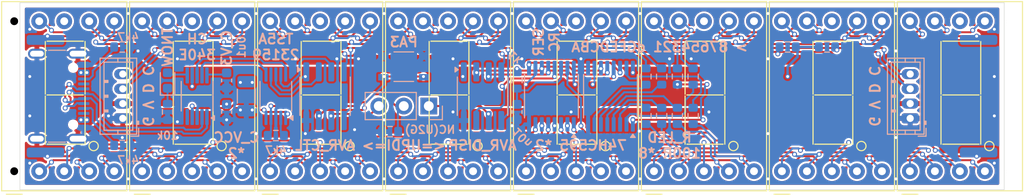
<source format=kicad_pcb>
(kicad_pcb (version 20241229) (generator "pcbnew") (generator_version "9.0")
  (layers (0 "F.Cu" signal) (2 "B.Cu" signal) (13 "F.Paste" user) (15 "B.Paste" user) (5 "F.SilkS" user "F.Silkscreen") (7 "B.SilkS" user "B.Silkscreen") (1 "F.Mask" user) (3 "B.Mask" user) (25 "Edge.Cuts" user))
  (net 0 "")
  (net 1 "GND")
  (net 2 "VCC")
  (net 3 "SDA")
  (net 4 "/V3")
  (net 5 "A")
  (net 6 "B")
  (net 7 "C")
  (net 8 "D")
  (net 9 "E")
  (net 10 "F")
  (net 11 "G")
  (net 12 "H")
  (net 13 "UPDI")
  (net 14 "SCL")
  (net 15 "C3")
  (net 16 "C7")
  (net 17 "C0")
  (net 18 "C5")
  (net 19 "C2")
  (net 20 "C4")
  (net 21 "C6")
  (net 22 "C1")
  (net 23 "D+")
  (net 24 "D-")
  (net 25 "UPDI_DISP")
  (net 26 "UPDI_CTL")
  (net 35 "SER")
  (net 36 "Net-(J4-CC1)")
  (net 38 "Net-(J4-CC2)")
  (net 39 "Net-(D3-K)")
  (net 41 "BTN")
  (net 42 "TXD_CTL")
  (net 43 "RTS#")
  (net 45 "TXD_USB")
  (net 46 "Net-(R13-Pad1)")
  (net 47 "/TNOW")
  (net 48 "RXD_USB")
  (net 49 "/_A")
  (net 50 "/_B")
  (net 51 "/_C")
  (net 52 "/_D")
  (net 53 "/_E")
  (net 54 "/_F")
  (net 55 "/_G")
  (net 56 "/_H")
  (net 57 "SRCLK")
  (net 58 "RCLK")
  (net 59 "OE#")
  (net 60 "/chain")
  (net 62 "RXD_CTL")
  (footprint "Display_7Segment:D1X8K" (layer "F.Cu") (at 140.42 107.62 90)
    (property "Reference" "U10" (hide yes))
    (property "Value" "D168K" (hide yes))
  )
  (footprint "Display_7Segment:D1X8K" (layer "F.Cu") (at 114.42 107.62 90)
    (property "Reference" "U8" (hide yes))
    (property "Value" "D168K" (hide yes))
  )
  (footprint "Display_7Segment:D1X8K" (layer "F.Cu") (at 127.42 107.62 90)
    (property "Reference" "U9" (hide yes))
    (property "Value" "D168K" (hide yes))
  )
  (footprint "Display_7Segment:D1X8K" (layer "F.Cu") (at 62.42 107.62 90)
    (property "Reference" "U4" (hide yes))
    (property "Value" "D168K" (hide yes))
  )
  (footprint "Display_7Segment:D1X8K" (layer "F.Cu") (at 75.42 107.62 90)
    (property "Reference" "U5" (hide yes))
    (property "Value" "D168K" (hide yes))
  )
  (footprint "Display_7Segment:D1X8K" (layer "F.Cu") (at 49.42 107.62 90)
    (property "Reference" "U3" (hide yes))
    (property "Value" "D168K" (hide yes))
  )
  (footprint "Display_7Segment:D1X8K" (layer "F.Cu") (at 101.42 107.62 90)
    (property "Reference" "U7" (hide yes))
    (property "Value" "D168K" (hide yes))
  )
  (footprint "Display_7Segment:D1X8K" (layer "F.Cu") (at 88.42 107.62 90)
    (property "Reference" "U6" (hide yes))
    (property "Value" "D168K" (hide yes))
  )
  (footprint "Resistor_SMD:R_0603_1608Metric" (layer "B.Cu") (at 60.4 95)
    (property "Reference" "R11" (hide yes))
    (property "Value" "5k1" (hide yes))
  )
  (footprint "Resistor_SMD:R_0603_1608Metric" (layer "B.Cu") (at 100.5 98.4 90)
    (property "Reference" "R9" (hide yes))
    (property "Value" "1k" (hide yes))
  )
  (footprint "Capacitor_SMD:C_0603_1608Metric" (layer "B.Cu") (at 71 98.4 90)
    (property "Reference" "C3" (hide yes))
    (property "Value" "0u1" (hide yes))
  )
  (footprint "Package_SO:VSSOP-10_3x3mm_P0.5mm" (layer "B.Cu") (at 76 100 90)
    (property "Reference" "U13" (hide yes))
    (property "Value" "TS5A23159DGS" (hide yes))
  )
  (footprint "Connector_USB:USB_C_Receptacle_GCT_USB4105-xx-A_16P_TopMnt_Horizontal" (layer "B.Cu") (at 52.8 100 90)
    (property "Reference" "J4" (hide yes))
    (property "Value" "USB_C_Receptacle_USB2.0_16P" (hide yes))
  )
  (footprint "Capacitor_SMD:C_0603_1608Metric" (layer "B.Cu") (at 100.5 101.6 -90)
    (property "Reference" "C1" (hide yes))
    (property "Value" "10n" (hide yes))
  )
  (footprint "Resistor_SMD:R_0603_1608Metric" (layer "B.Cu") (at 113.6 98 90)
    (property "Reference" "R1" (hide yes))
    (property "Value" "100R" (hide yes))
  )
  (footprint "Resistor_SMD:R_0603_1608Metric" (layer "B.Cu") (at 118.4 98 90)
    (property "Reference" "R6" (hide yes))
    (property "Value" "100R" (hide yes))
  )
  (footprint "Resistor_SMD:R_0603_1608Metric" (layer "B.Cu") (at 128 95 180)
    (property "Reference" "R14" (hide yes))
    (property "Value" "4k7" (hide yes))
  )
  (footprint "Package_SO:MSOP-10_3x3mm_P0.5mm" (layer "B.Cu") (at 68 100 90)
    (property "Reference" "U12" (hide yes))
    (property "Value" "CH340E" (hide yes))
  )
  (footprint "LOGO" (layer "B.Cu") (at 124 100 -90)
    (property "Reference" "G***" (hide yes))
    (property "Value" "LOGO" (hide yes))
  )
  (footprint "Package_SO:TSSOP-16_4.4x5mm_P0.65mm" (layer "B.Cu") (at 110 100 90)
    (property "Reference" "U2" (hide yes))
    (property "Value" "74HC595" (hide yes))
  )
  (footprint "Resistor_SMD:R_0603_1608Metric" (layer "B.Cu") (at 115.2 98 90)
    (property "Reference" "R2" (hide yes))
    (property "Value" "100R" (hide yes))
  )
  (footprint "Capacitor_SMD:C_1206_3216Metric" (layer "B.Cu") (at 73 100 -90)
    (property "Reference" "C4" (hide yes))
    (property "Value" "100u" (hide yes))
  )
  (footprint "Capacitor_SMD:C_0603_1608Metric" (layer "B.Cu") (at 71 101.6 -90)
    (property "Reference" "C2" (hide yes))
    (property "Value" "1u" (hide yes))
  )
  (footprint "Resistor_SMD:R_0603_1608Metric" (layer "B.Cu") (at 76 104 180)
    (property "Reference" "R13" (hide yes))
    (property "Value" "4k7" (hide yes))
  )
  (footprint "Package_SO:TSSOP-16_4.4x5mm_P0.65mm" (layer "B.Cu") (at 104 100 90)
    (property "Reference" "U1" (hide yes))
    (property "Value" "74HC595" (hide yes))
  )
  (footprint "Connector_PinHeader_2.54mm:PinHeader_1x03_P2.54mm_Vertical" (layer "B.Cu") (at 91.54 101 90)
    (property "Reference" "JP1" (hide yes))
    (property "Value" "Jumper_3_Open" (hide yes))
  )
  (footprint "Package_SO:SOIC-8_3.9x4.9mm_P1.27mm" (layer "B.Cu") (at 81 100 -90)
    (property "Reference" "U14" (hide yes))
    (property "Value" "AVR_CTL" (hide yes))
  )
  (footprint "Resistor_SMD:R_0603_1608Metric" (layer "B.Cu") (at 118.4 102 -90)
    (property "Reference" "R8" (hide yes))
    (property "Value" "100R" (hide yes))
  )
  (footprint "Resistor_SMD:R_0603_1608Metric" (layer "B.Cu") (at 87.6 103.6 180)
    (property "Reference" "R16" (hide yes))
    (property "Value" "NC" (hide yes))
  )
  (footprint "Resistor_SMD:R_0603_1608Metric" (layer "B.Cu") (at 115.2 102 -90)
    (property "Reference" "R4" (hide yes))
    (property "Value" "100R" (hide yes))
  )
  (footprint "Resistor_SMD:R_0603_1608Metric" (layer "B.Cu") (at 132 95)
    (property "Reference" "R15" (hide yes))
    (property "Value" "4k7" (hide yes))
  )
  (footprint "Connector_JST:JST_ZH_B4B-ZR_1x04_P1.50mm_Vertical" (layer "B.Cu") (at 60.45 102.25 90)
    (property "Reference" "J3" (hide yes))
    (property "Value" "I2C" (hide yes))
  )
  (footprint "Library:alps-skrp" (layer "B.Cu") (at 89 97 180)
    (property "Reference" "SW1" (hide yes))
    (property "Value" "SW_Push" (hide yes))
  )
  (footprint "Resistor_SMD:R_0603_1608Metric" (layer "B.Cu") (at 60.4 105)
    (property "Reference" "R10" (hide yes))
    (property "Value" "5k1" (hide yes))
  )
  (footprint "Package_SO:SOIC-8_3.9x4.9mm_P1.27mm" (layer "B.Cu") (at 97 100 -90)
    (property "Reference" "U11" (hide yes))
    (property "Value" "AVR_DISP" (hide yes))
  )
  (footprint "Resistor_SMD:R_0603_1608Metric" (layer "B.Cu") (at 116.8 98 90)
    (property "Reference" "R7" (hide yes))
    (property "Value" "100R" (hide yes))
  )
  (footprint "Resistor_SMD:R_0603_1608Metric" (layer "B.Cu") (at 65 101.6 -90)
    (property "Reference" "R12" (hide yes))
    (property "Value" "R_TNOW" (hide yes))
  )
  (footprint "Resistor_SMD:R_0603_1608Metric" (layer "B.Cu") (at 113.6 102 -90)
    (property "Reference" "R5" (hide yes))
    (property "Value" "100R" (hide yes))
  )
  (footprint "Connector_JST:JST_ZH_B4B-ZR_1x04_P1.50mm_Vertical" (layer "B.Cu") (at 140.45 102.25 90)
    (property "Reference" "J2" (hide yes))
    (property "Value" "I2C" (hide yes))
  )
  (footprint "Library:PCB.MCBEERINGI.DEV_small" (layer "B.Cu") (at 132 100 -90)
    (property "Reference" "")
    (property "Value" "")
  )
  (footprint "LED_SMD:LED_0603_1608Metric" (layer "B.Cu") (at 65 98.4 90)
    (property "Reference" "D3" (hide yes))
    (property "Value" "LED_TNOW" (hide yes))
  )
  (footprint "Resistor_SMD:R_0603_1608Metric" (layer "B.Cu") (at 116.8 102 -90)
    (property "Reference" "R3" (hide yes))
    (property "Value" "100R" (hide yes))
  )
  (gr_line (start 50 109.5) (end 150 109.5) (stroke (width 0.05)) (layer "Edge.Cuts"))
  (gr_line (start 50 90.5) (end 50 109.5) (stroke (width 0.05)) (layer "Edge.Cuts"))
  (gr_line (start 150 109.5) (end 150 90.5) (stroke (width 0.05)) (layer "Edge.Cuts"))
  (gr_line (start 50 90.5) (end 150 90.5) (stroke (width 0.05)) (layer "Edge.Cuts"))
  (gr_text "R_LED\n100R *8" (at 116 105 0) (layer "B.SilkS") (effects (font (size 1 1) (thickness 0.2) (bold yes)) (justify mirror)))
  (gr_text "G V D C" (at 136.8 100 270) (layer "B.SilkS") (effects (font (size 1 1) (thickness 0.2) (bold yes)) (justify mirror)))
  (gr_text "> 87654321 dGFEDCBA" (at 115 95 0) (layer "B.SilkS") (effects (font (size 1 1) (thickness 0.2) (bold yes)) (justify mirror)))
  (gr_text "10k" (at 65 104 0) (layer "B.SilkS") (effects (font (size 0.8 0.8) (thickness 0.16) (bold yes)) (justify mirror)))
  (gr_text "TNOW" (at 65 95 90) (layer "B.SilkS") (effects (font (size 1 1) (thickness 0.2) (bold yes)) (justify mirror)))
  (gr_text "NC(U2G)" (at 89 103.4 0) (layer "B.SilkS") (effects (font (size 0.8 0.8) (thickness 0.16) (bold yes)) (justify right mirror)))
  (gr_text "4k7" (at 76 105.5 0) (layer "B.SilkS") (effects (font (size 0.8 0.8) (thickness 0.16) (bold yes)) (justify mirror)))
  (gr_text "C_VCC\n*2" (at 72 105 0) (layer "B.SilkS") (effects (font (size 1 1) (thickness 0.2) (bold yes)) (justify mirror)))
  (gr_text "4k7" (at 61 106.5 0) (layer "B.SilkS") (effects (font (size 0.8 0.8) (thickness 0.16) (bold yes)) (justify mirror)))
  (gr_text "10n" (at 100.5 103 135) (layer "B.SilkS") (effects (font (size 0.8 0.8) (thickness 0.16) (bold yes)) (justify left bottom mirror)))
  (gr_text "74HC595 *2" (at 107 105 0) (layer "B.SilkS") (effects (font (size 1 1) (thickness 0.2) (bold yes)) (justify mirror)))
  (gr_text "0u1" (at 72.5 95 90) (layer "B.SilkS") (effects (font (size 0.8 0.8) (thickness 0.16) (bold yes)) (justify mirror)))
  (gr_text "AVR_DISP" (at 97 105 0) (layer "B.SilkS") (effects (font (size 1 1) (thickness 0.2) (bold yes)) (justify mirror)))
  (gr_text "AVR_CTL" (at 81 105 0) (layer "B.SilkS") (effects (font (size 1 1) (thickness 0.2) (bold yes)) (justify mirror)))
  (gr_text "PA3" (at 89 94.5 0) (layer "B.SilkS") (effects (font (size 1 1) (thickness 0.2) (bold yes)) (justify mirror)))
  (gr_text "TS5A\n23159" (at 76 95 0) (layer "B.SilkS") (effects (font (size 1 1) (thickness 0.2) (bold yes)) (justify mirror)))
  (gr_text "<=UPDI=>" (at 89 105 0) (layer "B.SilkS") (effects (font (size 1 1) (thickness 0.2) (bold yes)) (justify mirror)))
  (gr_text "CH\n340E" (at 68 95 0) (layer "B.SilkS") (effects (font (size 1 1) (thickness 0.2) (bold yes)) (justify mirror)))
  (gr_text "4k7" (at 61 94 0) (layer "B.SilkS") (effects (font (size 0.8 0.8) (thickness 0.16) (bold yes)) (justify mirror)))
  (gr_text "SER\nRC" (at 103.5 94.5 90) (layer "B.SilkS") (effects (font (size 1 1) (thickness 0.2) (bold yes)) (justify mirror)))
  (gr_text "C_V3" (at 71 97 90) (layer "B.SilkS") (effects (font (size 1 1) (thickness 0.2) (bold yes)) (justify right mirror)))
  (gr_text "G V D C" (at 63 100 270) (layer "B.SilkS") (effects (font (size 1 1) (thickness 0.2) (bold yes)) (justify mirror)))
  (gr_text "1k" (at 100.5 97 135) (layer "B.SilkS") (effects (font (size 0.8 0.8) (thickness 0.16) (bold yes)) (justify right top mirror)))
  (via (at 51 93.2) (size 0.5) (drill 0.3) (layers "F.Cu" "B.Cu") (net 1))
  (via (at 107 96.2) (size 0.5) (drill 0.3) (layers "F.Cu" "B.Cu") (net 1))
  (via (at 149 102) (size 0.5) (drill 0.3) (layers "F.Cu" "B.Cu") (net 1))
  (via (at 113 91.6) (size 0.5) (drill 0.3) (layers "F.Cu" "B.Cu") (net 1))
  (via (at 149 98) (size 0.5) (drill 0.3) (layers "F.Cu" "B.Cu") (net 1))
  (via (at 82.2 96.2) (size 0.5) (drill 0.3) (layers "F.Cu" "B.Cu") (net 1))
  (via (at 66 104.2) (size 0.5) (drill 0.3) (layers "F.Cu" "B.Cu") (net 1))
  (via (at 72.4 101.4) (size 0.5) (drill 0.3) (layers "F.Cu" "B.Cu") (net 1))
  (via (at 149 106.8) (size 0.5) (drill 0.3) (layers "F.Cu" "B.Cu") (net 1))
  (via (at 100 103) (size 0.5) (drill 0.3) (layers "F.Cu" "B.Cu") (net 1))
  (via (at 66 96.2) (size 0.5) (drill 0.3) (layers "F.Cu" "B.Cu") (net 1))
  (via (at 139 95.4) (size 0.5) (drill 0.3) (layers "F.Cu" "B.Cu") (net 1))
  (via (at 51 98) (size 0.5) (drill 0.3) (layers "F.Cu" "B.Cu") (net 1))
  (via (at 73.6 101.4) (size 0.5) (drill 0.3) (layers "F.Cu" "B.Cu") (net 1))
  (via (at 149 93.2) (size 0.5) (drill 0.3) (layers "F.Cu" "B.Cu") (net 1))
  (via (at 120 101.6) (size 0.5) (drill 0.3) (layers "F.Cu" "B.Cu") (net 1))
  (via (at 113 108.4) (size 0.5) (drill 0.3) (layers "F.Cu" "B.Cu") (net 1))
  (via (at 118.2 96.2) (size 0.5) (drill 0.3) (layers "F.Cu" "B.Cu") (net 1))
  (via (at 106 101.6) (size 0.5) (drill 0.3) (layers "F.Cu" "B.Cu") (net 1))
  (via (at 100 91.6) (size 0.5) (drill 0.3) (layers "F.Cu" "B.Cu") (net 1))
  (via (at 62 95.4) (size 0.5) (drill 0.3) (layers "F.Cu" "B.Cu") (net 1))
  (via (at 139 108.4) (size 0.5) (drill 0.3) (layers "F.Cu" "B.Cu") (net 1))
  (via (at 87 108.4) (size 0.5) (drill 0.3) (layers "F.Cu" "B.Cu") (net 1))
  (via (at 71 102.4) (size 0.5) (drill 0.3) (layers "F.Cu" "B.Cu") (net 1))
  (via (at 126 96.2) (size 0.5) (drill 0.3) (layers "F.Cu" "B.Cu") (net 1))
  (via (at 126 91.6) (size 0.5) (drill 0.3) (layers "F.Cu" "B.Cu") (net 1))
  (via (at 61 91.6) (size 0.5) (drill 0.3) (layers "F.Cu" "B.Cu") (net 1))
  (via (at 116 96.2) (size 0.5) (drill 0.3) (layers "F.Cu" "B.Cu") (net 1))
  (via (at 139 104.2) (size 0.5) (drill 0.3) (layers "F.Cu" "B.Cu") (net 1))
  (via (at 78 96.2) (size 0.5) (drill 0.3) (layers "F.Cu" "B.Cu") (net 1))
  (via (at 100 108.4) (size 0.5) (drill 0.3) (layers "F.Cu" "B.Cu") (net 1))
  (via (at 74 103.8) (size 0.5) (drill 0.3) (layers "F.Cu" "B.Cu") (net 1))
  (via (at 126 103.8) (size 0.5) (drill 0.3) (layers "F.Cu" "B.Cu") (net 1))
  (via (at 87 102.4) (size 0.5) (drill 0.3) (layers "F.Cu" "B.Cu") (net 1))
  (via (at 94 101.6) (size 0.5) (drill 0.3) (layers "F.Cu" "B.Cu") (net 1))
  (via (at 79 103.8) (size 0.5) (drill 0.3) (layers "F.Cu" "B.Cu") (net 1))
  (via (at 101 96.2) (size 0.5) (drill 0.3) (layers "F.Cu" "B.Cu") (net 1))
  (via (at 51 106.8) (size 0.5) (drill 0.3) (layers "F.Cu" "B.Cu") (net 1))
  (via (at 126 108.4) (size 0.5) (drill 0.3) (layers "F.Cu" "B.Cu") (net 1))
  (via (at 60.4 104.2) (size 0.5) (drill 0.3) (layers "F.Cu" "B.Cu") (net 1))
  (via (at 112.923294 103.549001) (size 0.5) (drill 0.3) (layers "F.Cu" "B.Cu") (net 1))
  (via (at 51 102) (size 0.5) (drill 0.3) (layers "F.Cu" "B.Cu") (net 1))
  (via (at 87 91.6) (size 0.5) (drill 0.3) (layers "F.Cu" "B.Cu") (net 1))
  (via (at 66 102.6) (size 0.5) (drill 0.3) (layers "F.Cu" "B.Cu") (net 1))
  (via (at 74 108.4) (size 0.5) (drill 0.3) (layers "F.Cu" "B.Cu") (net 1))
  (via (at 84 103.4) (size 0.5) (drill 0.3) (layers "F.Cu" "B.Cu") (net 1))
  (via (at 61 108.4) (size 0.5) (drill 0.3) (layers "F.Cu" "B.Cu") (net 1))
  (via (at 74 91.6) (size 0.5) (drill 0.3) (layers "F.Cu" "B.Cu") (net 1))
  (via (at 139 91.6) (size 0.5) (drill 0.3) (layers "F.Cu" "B.Cu") (net 1))
  (via (at 84.4 96.2) (size 0.5) (drill 0.3) (layers "F.Cu" "B.Cu") (net 1))
  (via (at 59 102) (size 0.5) (drill 0.3) (layers "F.Cu" "B.Cu") (net 1))
  (via (at 94 96.2) (size 0.5) (drill 0.3) (layers "F.Cu" "B.Cu") (net 1))
  (via (at 56.8 97.6) (size 0.5) (drill 0.3) (layers "F.Cu" "B.Cu") (net 2))
  (via (at 67.5 99) (size 0.5) (drill 0.3) (layers "F.Cu" "B.Cu") (net 2))
  (via (at 108.2 98.8) (size 0.5) (drill 0.3) (layers "F.Cu" "B.Cu") (net 2))
  (via (at 56.2 102.4) (size 0.5) (drill 0.3) (layers "F.Cu" "B.Cu") (net 2))
  (via (at 101.4 98.8) (size 0.5) (drill 0.3) (layers "F.Cu" "B.Cu") (net 2))
  (via (at 56.2 97.6) (size 0.5) (drill 0.3) (layers "F.Cu" "B.Cu") (net 2))
  (via (at 56.8 102.4) (size 0.5) (drill 0.3) (layers "F.Cu" "B.Cu") (net 2))
  (via (at 112.275 97.6) (size 0.5) (drill 0.3) (layers "F.Cu" "B.Cu") (net 2))
  (via (at 95 98) (size 0.5) (drill 0.3) (layers "F.Cu" "B.Cu") (net 2))
  (via (at 71 100.8) (size 0.5) (drill 0.3) (layers "F.Cu" "B.Cu") (net 2))
  (via (at 106.4 98.8) (size 0.5) (drill 0.3) (layers "F.Cu" "B.Cu") (net 2))
  (via (at 79 98) (size 0.5) (drill 0.3) (layers "F.Cu" "B.Cu") (net 2))
  (via (at 128 98) (size 0.5) (drill 0.3) (layers "F.Cu" "B.Cu") (net 2))
  (via (at 73.6 98.6) (size 0.5) (drill 0.3) (layers "F.Cu" "B.Cu") (net 2))
  (via (at 72.4 98.6) (size 0.5) (drill 0.3) (layers "F.Cu" "B.Cu") (net 2))
  (segment (start 128 97) (end 129 96) (width 0.25) (layer "B.Cu") (net 2))
  (segment (start 76 97.8) (end 76 98.8) (width 0.2) (layer "B.Cu") (net 2))
  (segment (start 79.095 97.705) (end 79.095 97.525) (width 0.2) (layer "B.Cu") (net 2))
  (segment (start 108.375 98.625) (end 108.2 98.8) (width 0.2) (layer "B.Cu") (net 2))
  (segment (start 106.275 97.875) (end 106.275 97.1375) (width 0.25) (layer "B.Cu") (net 2))
  (segment (start 76.6 99.4) (end 77.4 99.4) (width 0.2) (layer "B.Cu") (net 2))
  (segment (start 76 98.8) (end 76.6 99.4) (width 0.2) (layer "B.Cu") (net 2))
  (segment (start 108.375 97.1375) (end 108.375 98.625) (width 0.2) (layer "B.Cu") (net 2))
  (segment (start 131.175 95) (end 128.825 95) (width 0.25) (layer "B.Cu") (net 2))
  (segment (start 102.375 97.825) (end 102.375 97.1375) (width 0.2) (layer "B.Cu") (net 2))
  (segment (start 129 95.175) (end 128.825 95) (width 0.25) (layer "B.Cu") (net 2))
  (segment (start 106.275 98.675) (end 106.4 98.8) (width 0.25) (layer "B.Cu") (net 2))
  (segment (start 101.4 98.8) (end 102.375 97.825) (width 0.2) (layer "B.Cu") (net 2))
  (segment (start 106.275 97.1375) (end 106.275 98.675) (width 0.25) (layer "B.Cu") (net 2))
  (segment (start 128 98) (end 128 97) (width 0.25) (layer "B.Cu") (net 2))
  (segment (start 129 96) (end 129 95.175) (width 0.25) (layer "B.Cu") (net 2))
  (segment (start 77.4 99.4) (end 79.095 97.705) (width 0.2) (layer "B.Cu") (net 2))
  (segment (start 67.5 97.8875) (end 67.5 99) (width 0.2) (layer "B.Cu") (net 2))
  (segment (start 98.8 95.5) (end 84.2 95.5) (width 0.2) (layer "F.Cu") (net 3))
  (segment (start 126.801 95.501) (end 100.199 95.501) (width 0.2) (layer "F.Cu") (net 3))
  (segment (start 127 95.7) (end 126.801 95.501) (width 0.2) (layer "F.Cu") (net 3))
  (segment (start 133.2005 95.9) (end 132.8 95.9) (width 0.2) (layer "F.Cu") (net 3))
  (segment (start 64.698 95.5) (end 64.699 95.501) (width 0.2) (layer "F.Cu") (net 3))
  (segment (start 64.5 95.5) (end 64.698 95.5) (width 0.2) (layer "F.Cu") (net 3))
  (segment (start 99 95.7) (end 98.8 95.5) (width 0.2) (layer "F.Cu") (net 3))
  (segment (start 82.801 95.501) (end 83 95.7) (width 0.2) (layer "F.Cu") (net 3))
  (segment (start 133.5995 95.501) (end 133.2005 95.9) (width 0.2) (layer "F.Cu") (net 3))
  (segment (start 127.199 95.501) (end 127 95.7) (width 0.2) (layer "F.Cu") (net 3))
  (segment (start 99.2 95.9) (end 99 95.7) (width 0.2) (layer "F.Cu") (net 3))
  (segment (start 99.8 95.9) (end 99.2 95.9) (width 0.2) (layer "F.Cu") (net 3))
  (segment (start 132.401 95.501) (end 127.199 95.501) (width 0.2) (layer "F.Cu") (net 3))
  (segment (start 83.2 95.9) (end 83 95.7) (width 0.2) (layer "F.Cu") (net 3))
  (segment (start 84.2 95.5) (end 83.8 95.9) (width 0.2) (layer "F.Cu") (net 3))
  (segment (start 100.199 95.501) (end 99.8 95.9) (width 0.2) (layer "F.Cu") (net 3))
  (segment (start 137.001 95.501) (end 133.5995 95.501) (width 0.2) (layer "F.Cu") (net 3))
  (segment (start 132.8 95.9) (end 132.401 95.501) (width 0.2) (layer "F.Cu") (net 3))
  (segment (start 64.3 95.7) (end 64.5 95.5) (width 0.2) (layer "F.Cu") (net 3))
  (segment (start 137.2 95.7) (end 137.001 95.501) (width 0.2) (layer "F.Cu") (net 3))
  (segment (start 64.699 95.501) (end 82.801 95.501) (width 0.2) (layer "F.Cu") (net 3))
  (segment (start 83.8 95.9) (end 83.2 95.9) (width 0.2) (layer "F.Cu") (net 3))
  (via (at 137.2 95.7) (size 0.5) (drill 0.3) (layers "F.Cu" "B.Cu") (net 3))
  (via (at 127 95.7) (size 0.5) (drill 0.3) (layers "F.Cu" "B.Cu") (net 3))
  (via (at 99 95.7) (size 0.5) (drill 0.3) (layers "F.Cu" "B.Cu") (net 3))
  (via (at 64.3 95.7) (size 0.5) (drill 0.3) (layers "F.Cu" "B.Cu") (net 3))
  (via (at 83 95.7) (size 0.5) (drill 0.3) (layers "F.Cu" "B.Cu") (net 3))
  (segment (start 83.2 95.9) (end 83.2 96.6) (width 0.2) (layer "B.Cu") (net 3))
  (segment (start 64.1 95.7) (end 60.55 99.25) (width 0.2) (layer "B.Cu") (net 3))
  (segment (start 64.3 95.7) (end 64.1 95.7) (width 0.2) (layer "B.Cu") (net 3))
  (segment (start 83.2 96.6) (end 82.905 96.895) (width 0.2) (layer "B.Cu") (net 3))
  (segment (start 137.2 95.7) (end 137.4 95.9) (width 0.2) (layer "B.Cu") (net 3))
  (segment (start 137.4 96.4) (end 140.25 99.25) (width 0.2) (layer "B.Cu") (net 3))
  (segment (start 98.905 96.895) (end 98.905 97.525) (width 0.2) (layer "B.Cu") (net 3))
  (segment (start 83 95.7) (end 83.2 95.9) (width 0.2) (layer "B.Cu") (net 3))
  (segment (start 127 95.175) (end 127.175 95) (width 0.2) (layer "B.Cu") (net 3))
  (segment (start 99.2 96.6) (end 98.905 96.895) (width 0.2) (layer "B.Cu") (net 3))
  (segment (start 82.905 96.895) (end 82.905 97.525) (width 0.2) (layer "B.Cu") (net 3))
  (segment (start 99.2 95.9) (end 99.2 96.6) (width 0.2) (layer "B.Cu") (net 3))
  (segment (start 137.4 95.9) (end 137.4 96.4) (width 0.2) (layer "B.Cu") (net 3))
  (segment (start 127 95.7) (end 127 95.175) (width 0.2) (layer "B.Cu") (net 3))
  (segment (start 140.25 99.25) (end 140.45 99.25) (width 0.2) (layer "B.Cu") (net 3))
  (segment (start 60.55 99.25) (end 60.45 99.25) (width 0.2) (layer "B.Cu") (net 3))
  (segment (start 99 95.7) (end 99.2 95.9) (width 0.2) (layer "B.Cu") (net 3))
  (segment (start 70.825 97.8) (end 71 97.625) (width 0.2) (layer "B.Cu") (net 4))
  (segment (start 69 97.8875) (end 69.0875 97.8) (width 0.2) (layer "B.Cu") (net 4))
  (segment (start 69.0875 97.8) (end 70.825 97.8) (width 0.2) (layer "B.Cu") (net 4))
  (segment (start 123.5 94.3) (end 126 94.3) (width 0.2) (layer "F.Cu") (net 5))
  (segment (start 107.8 94.1) (end 107.6 94.3) (width 0.2) (layer "F.Cu") (net 5))
  (segment (start 71.3 94.1) (end 71.5 94.3) (width 0.2) (layer "F.Cu") (net 5))
  (segment (start 120.8 94.1) (end 120.6 94.3) (width 0.2) (layer "F.Cu") (net 5))
  (segment (start 81.6 94.3) (end 74 94.3) (width 0.2) (layer "F.Cu") (net 5))
  (segment (start 94.8 94.1) (end 94.6 94.3) (width 0.2) (layer "F.Cu") (net 5))
  (segment (start 97.5 94.3) (end 100 94.3) (width 0.2) (layer "F.Cu") (net 5))
  (segment (start 58.5 94.3) (end 61 94.3) (width 0.2) (layer "F.Cu") (net 5))
  (segment (start 146.6 93.5) (end 144.8 93.5) (width 0.2) (layer "F.Cu") (net 5))
  (segment (start 144.8 93.5) (end 144.4 93.9) (width 0.2) (layer "F.Cu") (net 5))
  (segment (start 84.5 94.3) (end 87 94.3) (width 0.2) (layer "F.Cu") (net 5))
  (segment (start 68.6 94.3) (end 61 94.3) (width 0.2) (layer "F.Cu") (net 5))
  (segment (start 133.8 94.1) (end 133.6 94.3) (width 0.2) (layer "F.Cu") (net 5))
  (segment (start 136.3 94.1) (end 136.5 94.3) (width 0.2) (layer "F.Cu") (net 5))
  (segment (start 84.3 94.1) (end 84.5 94.3) (width 0.2) (layer "F.Cu") (net 5))
  (segment (start 68.8 94.1) (end 68.6 94.3) (width 0.2) (layer "F.Cu") (net 5))
  (segment (start 133.6 94.3) (end 126 94.3) (width 0.2) (layer "F.Cu") (net 5))
  (segment (start 110.5 94.3) (end 113 94.3) (width 0.2) (layer "F.Cu") (net 5))
  (segment (start 144.4 93.9) (end 142.3 93.9) (width 0.2) (layer "F.Cu") (net 5))
  (segment (start 81.8 94.1) (end 81.6 94.3) (width 0.2) (layer "F.Cu") (net 5))
  (segment (start 120.6 94.3) (end 113 94.3) (width 0.2) (layer "F.Cu") (net 5))
  (segment (start 107.6 94.3) (end 100 94.3) (width 0.2) (layer "F.Cu") (net 5))
  (segment (start 97.3 94.1) (end 97.5 94.3) (width 0.2) (layer "F.Cu") (net 5))
  (segment (start 58.3 94.1) (end 58.5 94.3) (width 0.2) (layer "F.Cu") (net 5))
  (segment (start 146.8 93.3) (end 146.6 93.5) (width 0.2) (layer "F.Cu") (net 5))
  (segment (start 136.5 94.3) (end 139 94.3) (width 0.2) (layer "F.Cu") (net 5))
  (segment (start 123.3 94.1) (end 123.5 94.3) (width 0.2) (layer "F.Cu") (net 5))
  (segment (start 71.5 94.3) (end 74 94.3) (width 0.2) (layer "F.Cu") (net 5))
  (segment (start 142.3 93.9) (end 141.9 94.3) (width 0.2) (layer "F.Cu") (net 5))
  (segment (start 141.9 94.3) (end 139 94.3) (width 0.2) (layer "F.Cu") (net 5))
  (segment (start 110.3 94.1) (end 110.5 94.3) (width 0.2) (layer "F.Cu") (net 5))
  (segment (start 94.6 94.3) (end 87 94.3) (width 0.2) (layer "F.Cu") (net 5))
  (via (at 68.8 94.1) (size 0.5) (drill 0.3) (layers "F.Cu" "B.Cu") (net 5))
  (via (at 146.8 93.3) (size 0.5) (drill 0.3) (layers "F.Cu" "B.Cu") (net 5))
  (via (at 97.3 94.1) (size 0.5) (drill 0.3) (layers "F.Cu" "B.Cu") (net 5))
  (via (at 123.3 94.1) (size 0.5) (drill 0.3) (layers "F.Cu" "B.Cu") (net 5))
  (via (at 110.3 94.1) (size 0.5) (drill 0.3) (layers "F.Cu" "B.Cu") (net 5))
  (via (at 84.3 94.1) (size 0.5) (drill 0.3) (layers "F.Cu" "B.Cu") (net 5))
  (via (at 133.8 94.1) (size 0.5) (drill 0.3) (layers "F.Cu" "B.Cu") (net 5))
  (via (at 81.8 94.1) (size 0.5) (drill 0.3) (layers "F.Cu" "B.Cu") (net 5))
  (via (at 58.3 94.1) (size 0.5) (drill 0.3) (layers "F.Cu" "B.Cu") (net 5))
  (via (at 120.8 94.1) (size 0.5) (drill 0.3) (layers "F.Cu" "B.Cu") (net 5))
  (via (at 71.3 94.1) (size 0.5) (drill 0.3) (layers "F.Cu" "B.Cu") (net 5))
  (via (at 136.3 94.1) (size 0.5) (drill 0.3) (layers "F.Cu" "B.Cu") (net 5))
  (via (at 94.8 94.1) (size 0.5) (drill 0.3) (layers "F.Cu" "B.Cu") (net 5))
  (via (at 107.8 94.1) (size 0.5) (drill 0.3) (layers "F.Cu" "B.Cu") (net 5))
  (segment (start 81.8 94.1) (end 83.3 94.1) (width 0.2) (layer "B.Cu") (net 5))
  (segment (start 70.5 93.9) (end 71.1 93.9) (width 0.2) (layer "B.Cu") (net 5))
  (segment (start 122.04 92.38) (end 122.04 92.86) (width 0.2) (layer "B.Cu") (net 5))
  (segment (start 97.1 93.9) (end 97.3 94.1) (width 0.2) (layer "B.Cu") (net 5))
  (segment (start 84.1 93.9) (end 84.3 94.1) (width 0.2) (layer "B.Cu") (net 5))
  (segment (start 113.6 96.4) (end 112.301 95.101) (width 0.2) (layer "B.Cu") (net 5))
  (segment (start 57.04 92.84) (end 57.04 92.38) (width 0.2) (layer "B.Cu") (net 5))
  (segment (start 122.5 93.9) (end 123.1 93.9) (width 0.2) (layer "B.Cu") (net 5))
  (segment (start 109.04 92.38) (end 109.04 92.86) (width 0.2) (layer "B.Cu") (net 5))
  (segment (start 113.6 97.175) (end 113.6 96.4) (width 0.2) (layer "B.Cu") (net 5))
  (segment (start 70.04 92.86) (end 68.8 94.1) (width 0.2) (layer "B.Cu") (net 5))
  (segment (start 96.04 92.86) (end 94.8 94.1) (width 0.2) (layer "B.Cu") (net 5))
  (segment (start 146.8 93.3) (end 147.72 92.38) (width 0.2) (layer "B.Cu") (net 5))
  (segment (start 83.5 93.9) (end 84.1 93.9) (width 0.2) (layer "B.Cu") (net 5))
  (segment (start 136.1 93.9) (end 136.3 94.1) (width 0.2) (layer "B.Cu") (net 5))
  (segment (start 109.3 94.1) (end 109.5 93.9) (width 0.2) (layer "B.Cu") (net 5))
  (segment (start 71.1 93.9) (end 71.3 94.1) (width 0.2) (layer "B.Cu") (net 5))
  (segment (start 135.3 94.1) (end 135.5 93.9) (width 0.2) (layer "B.Cu") (net 5))
  (segment (start 109.04 92.86) (end 107.8 94.1) (width 0.2) (layer "B.Cu") (net 5))
  (segment (start 135.04 92.86) (end 133.8 94.1) (width 0.2) (layer "B.Cu") (net 5))
  (segment (start 109.1 94.7) (end 109.1 94.3) (width 0.2) (layer "B.Cu") (net 5))
  (segment (start 83.04 92.38) (end 83.04 92.86) (width 0.2) (layer "B.Cu") (net 5))
  (segment (start 70.3 94.1) (end 70.5 93.9) (width 0.2) (layer "B.Cu") (net 5))
  (segment (start 58.3 94.1) (end 57.04 92.84) (width 0.2) (layer "B.Cu") (net 5))
  (segment (start 135.04 92.38) (end 135.04 92.86) (width 0.2) (layer "B.Cu") (net 5))
  (segment (start 135.5 93.9) (end 136.1 93.9) (width 0.2) (layer "B.Cu") (net 5))
  (segment (start 147.72 92.38) (end 148.04 92.38) (width 0.2) (layer "B.Cu") (net 5))
  (segment (start 109.501 95.101) (end 109.1 94.7) (width 0.2) (layer "B.Cu") (net 5))
  (segment (start 110.1 93.9) (end 110.3 94.1) (width 0.2) (layer "B.Cu") (net 5))
  (segment (start 83.3 94.1) (end 83.5 93.9) (width 0.2) (layer "B.Cu") (net 5))
  (segment (start 109.5 93.9) (end 110.1 93.9) (width 0.2) (layer "B.Cu") (net 5))
  (segment (start 123.1 93.9) (end 123.3 94.1) (width 0.2) (layer "B.Cu") (net 5))
  (segment (start 120.8 94.1) (end 122.3 94.1) (width 0.2) (layer "B.Cu") (net 5))
  (segment (start 94.8 94.1) (end 96.3 94.1) (width 0.2) (layer "B.Cu") (net 5))
  (segment (start 107.8 94.1) (end 109.3 94.1) (width 0.2) (layer "B.Cu") (net 5))
  (segment (start 96.04 92.38) (end 96.04 92.86) (width 0.2) (layer "B.Cu") (net 5))
  (segment (start 109.1 94.3) (end 109.3 94.1) (width 0.2) (layer "B.Cu") (net 5))
  (segment (start 96.3 94.1) (end 96.5 93.9) (width 0.2) (layer "B.Cu") (net 5))
  (segment (start 122.04 92.86) (end 120.8 94.1) (width 0.2) (layer "B.Cu") (net 5))
  (segment (start 133.8 94.1) (end 135.3 94.1) (width 0.2) (layer "B.Cu") (net 5))
  (segment (start 112.301 95.101) (end 109.501 95.101) (width 0.2) (layer "B.Cu") (net 5))
  (segment (start 68.8 94.1) (end 70.3 94.1) (width 0.2) (layer "B.Cu") (net 5))
  (segment (start 122.3 94.1) (end 122.5 93.9) (width 0.2) (layer "B.Cu") (net 5))
  (segment (start 96.5 93.9) (end 97.1 93.9) (width 0.2) (layer "B.Cu") (net 5))
  (segment (start 70.04 92.38) (end 70.04 92.86) (width 0.2) (layer "B.Cu") (net 5))
  (segment (start 83.04 92.86) (end 81.8 94.1) (width 0.2) (layer "B.Cu") (net 5))
  (segment (start 142.5 94.3) (end 142.1 94.7) (width 0.2) (layer "F.Cu") (net 6))
  (segment (start 96.7 94.5) (end 96.9 94.7) (width 0.2) (layer "F.Cu") (net 6))
  (segment (start 70.9 94.7) (end 74 94.7) (width 0.2) (layer "F.Cu") (net 6))
  (segment (start 70.5 94.7) (end 61 94.7) (width 0.2) (layer "F.Cu") (net 6))
  (segment (start 145 93.9) (end 144.6 94.3) (width 0.2) (layer "F.Cu") (net 6))
  (segment (start 144.6 94.3) (end 142.5 94.3) (width 0.2) (layer "F.Cu") (net 6))
  (segment (start 96.5 94.7) (end 87 94.7) (width 0.2) (layer "F.Cu") (net 6))
  (segment (start 142.1 94.7) (end 135.9 94.7) (width 0.2) (layer "F.Cu") (net 6))
  (segment (start 109.7 94.5) (end 109.5 94.7) (width 0.2) (layer "F.Cu") (net 6))
  (segment (start 83.9 94.7) (end 87 94.7) (width 0.2) (layer "F.Cu") (net 6))
  (segment (start 70.7 94.5) (end 70.5 94.7) (width 0.2) (layer "F.Cu") (net 6))
  (segment (start 122.5 94.7) (end 113 94.7) (width 0.2) (layer "F.Cu") (net 6))
  (segment (start 109.7 94.5) (end 109.9 94.7) (width 0.2) (layer "F.Cu") (net 6))
  (segment (start 96.7 94.5) (end 96.5 94.7) (width 0.2) (layer "F.Cu") (net 6))
  (segment (start 57.7 94.5) (end 57.9 94.7) (width 0.2) (layer "F.Cu") (net 6))
  (segment (start 122.7 94.5) (end 122.9 94.7) (width 0.2) (layer "F.Cu") (net 6))
  (segment (start 135.7 94.5) (end 135.5 94.7) (width 0.2) (layer "F.Cu") (net 6))
  (segment (start 122.9 94.7) (end 126 94.7) (width 0.2) (layer "F.Cu") (net 6))
  (segment (start 96.9 94.7) (end 100 94.7) (width 0.2) (layer "F.Cu") (net 6))
  (segment (start 109.5 94.7) (end 100 94.7) (width 0.2) (layer "F.Cu") (net 6))
  (segment (start 83.5 94.7) (end 74 94.7) (width 0.2) (layer "F.Cu") (net 6))
  (segment (start 83.7 94.5) (end 83.5 94.7) (width 0.2) (layer "F.Cu") (net 6))
  (segment (start 122.7 94.5) (end 122.5 94.7) (width 0.2) (layer "F.Cu") (net 6))
  (segment (start 57.9 94.7) (end 61 94.7) (width 0.2) (layer "F.Cu") (net 6))
  (segment (start 70.7 94.5) (end 70.9 94.7) (width 0.2) (layer "F.Cu") (net 6))
  (segment (start 83.7 94.5) (end 83.9 94.7) (width 0.2) (layer "F.Cu") (net 6))
  (segment (start 109.9 94.7) (end 113 94.7) (width 0.2) (layer "F.Cu") (net 6))
  (segment (start 135.9 94.7) (end 135.7 94.5) (width 0.2) (layer "F.Cu") (net 6))
  (segment (start 135.5 94.7) (end 126 94.7) (width 0.2) (layer "F.Cu") (net 6))
  (segment (start 147.2 93.9) (end 145 93.9) (width 0.2) (layer "F.Cu") (net 6))
  (via (at 147.2 93.9) (size 0.5) (drill 0.3) (layers "F.Cu" "B.Cu") (net 6))
  (via (at 57.7 94.5) (size 0.5) (drill 0.3) (layers "F.Cu" "B.Cu") (net 6))
  (via (at 135.7 94.5) (size 0.5) (drill 0.3) (layers "F.Cu" "B.Cu") (net 6))
  (via (at 70.7 94.5) (size 0.5) (drill 0.3) (layers "F.Cu" "B.Cu") (net 6))
  (via (at 122.7 94.5) (size 0.5) (drill 0.3) (layers "F.Cu" "B.Cu") (net 6))
  (via (at 109.7 94.5) (size 0.5) (drill 0.3) (layers "F.Cu" "B.Cu") (net 6))
  (via (at 83.7 94.5) (size 0.5) (drill 0.3) (layers "F.Cu" "B.Cu") (net 6))
  (via (at 96.7 94.5) (size 0.5) (drill 0.3) (layers "F.Cu" "B.Cu") (net 6))
  (segment (start 85.58 93.62) (end 84.5 94.7) (width 0.2) (layer "B.Cu") (net 6))
  (segment (start 137.58 93.62) (end 136.5 94.7) (width 0.2) (layer "B.Cu") (net 6))
  (segment (start 109.9 94.7) (end 109.7 94.5) (width 0.2) (layer "B.Cu") (net 6))
  (segment (start 71.5 94.7) (end 70.9 94.7) (width 0.2) (layer "B.Cu") (net 6))
  (segment (start 135.9 94.7) (end 135.7 94.5) (width 0.2) (layer "B.Cu") (net 6))
  (segment (start 72.58 93.62) (end 71.5 94.7) (width 0.2) (layer "B.Cu") (net 6))
  (segment (start 124.58 93.62) (end 123.5 94.7) (width 0.2) (layer "B.Cu") (net 6))
  (segment (start 59.58 92.38) (end 59.58 93.62) (width 0.2) (layer "B.Cu") (net 6))
  (segment (start 114.975 97.175) (end 112.5 94.7) (width 0.2) (layer "B.Cu") (net 6))
  (segment (start 85.58 92.38) (end 85.58 93.62) (width 0.2) (layer "B.Cu") (net 6))
  (segment (start 136.5 94.7) (end 135.9 94.7) (width 0.2) (layer "B.Cu") (net 6))
  (segment (start 123.5 94.7) (end 122.9 94.7) (width 0.2) (layer "B.Cu") (net 6))
  (segment (start 98.58 92.38) (end 98.58 93.62) (width 0.2) (layer "B.Cu") (net 6))
  (segment (start 111.58 93.62) (end 110.5 94.7) (width 0.2) (layer "B.Cu") (net 6))
  (segment (start 70.9 94.7) (end 70.7 94.5) (width 0.2) (layer "B.Cu") (net 6))
  (segment (start 84.5 94.7) (end 83.9 94.7) (width 0.2) (layer "B.Cu") (net 6))
  (segment (start 58.5 94.7) (end 57.9 94.7) (width 0.2) (layer "B.Cu") (net 6))
  (segment (start 112.5 94.7) (end 110.5 94.7) (width 0.2) (layer "B.Cu") (net 6))
  (segment (start 110.5 94.7) (end 109.9 94.7) (width 0.2) (layer "B.Cu") (net 6))
  (segment (start 97.5 94.7) (end 96.9 94.7) (width 0.2) (layer "B.Cu") (net 6))
  (segment (start 96.9 94.7) (end 96.7 94.5) (width 0.2) (layer "B.Cu") (net 6))
  (segment (start 72.58 92.38) (end 72.58 93.62) (width 0.2) (layer "B.Cu") (net 6))
  (segment (start 57.9 94.7) (end 57.7 94.5) (width 0.2) (layer "B.Cu") (net 6))
  (segment (start 137.58 92.38) (end 137.58 93.62) (width 0.2) (layer "B.Cu") (net 6))
  (segment (start 59.58 93.62) (end 58.5 94.7) (width 0.2) (layer "B.Cu") (net 6))
  (segment (start 122.9 94.7) (end 122.7 94.5) (width 0.2) (layer "B.Cu") (net 6))
  (segment (start 124.58 92.38) (end 124.58 93.62) (width 0.2) (layer "B.Cu") (net 6))
  (segment (start 111.58 92.38) (end 111.58 93.62) (width 0.2) (layer "B.Cu") (net 6))
  (segment (start 83.9 94.7) (end 83.7 94.5) (width 0.2) (layer "B.Cu") (net 6))
  (segment (start 115.2 97.175) (end 114.975 97.175) (width 0.2) (layer "B.Cu") (net 6))
  (segment (start 98.58 93.62) (end 97.5 94.7) (width 0.2) (layer "B.Cu") (net 6))
  (segment (start 127.9 106.5) (end 126 106.5) (width 0.2) (layer "F.Cu") (net 7))
  (segment (start 64.5 106.5) (end 64.1 106.9) (width 0.2) (layer "F.Cu") (net 7))
  (segment (start 78.4 106.5) (end 77.5 106.5) (width 0.2) (layer "F.Cu") (net 7))
  (segment (start 63.3 106.9) (end 62.9 106.5) (width 0.2) (layer "F.Cu") (net 7))
  (segment (start 56 106.5) (end 57.7 106.5) (width 0.2) (layer "F.Cu") (net 7))
  (segment (start 106 106.5) (end 105.6 106.9) (width 0.2) (layer "F.Cu") (net 7))
  (segment (start 92.6 106.9) (end 91.8 106.9) (width 0.2) (layer "F.Cu") (net 7))
  (segment (start 69 106.5) (end 70.7 106.5) (width 0.2) (layer "F.Cu") (net 7))
  (segment (start 107.8 106.7) (end 108 106.5) (width 0.2) (layer "F.Cu") (net 7))
  (segment (start 68.8 106.7) (end 69 106.5) (width 0.2) (layer "F.Cu") (net 7))
  (segment (start 116.1 106.9) (end 115.3 106.9) (width 0.2) (layer "F.Cu") (net 7))
  (segment (start 68.6 106.5) (end 67 106.5) (width 0.2) (layer "F.Cu") (net 7))
  (segment (start 131.6 106.9) (end 130.8 106.9) (width 0.2) (layer "F.Cu") (net 7))
  (segment (start 78.8 106.9) (end 78.4 106.5) (width 0.2) (layer "F.Cu") (net 7))
  (segment (start 79.6 106.9) (end 78.8 106.9) (width 0.2) (layer "F.Cu") (net 7))
  (segment (start 108 106.5) (end 109.7 106.5) (width 0.2) (layer "F.Cu") (net 7))
  (segment (start 97.1 106.9) (end 97.5 106.9) (width 0.2) (layer "F.Cu") (net 7))
  (segment (start 81.6 106.5) (end 80 106.5) (width 0.2) (layer "F.Cu") (net 7))
  (segment (start 91.8 106.9) (end 91.4 106.5) (width 0.2) (layer "F.Cu") (net 7))
  (segment (start 107.6 106.5) (end 106 106.5) (width 0.2) (layer "F.Cu") (net 7))
  (segment (start 71.1 106.9) (end 71.5 106.9) (width 0.2) (layer "F.Cu") (net 7))
  (segment (start 65.4 106.5) (end 64.5 106.5) (width 0.2) (layer "F.Cu") (net 7))
  (segment (start 89.3 106.9) (end 88.9 106.5) (width 0.2) (layer "F.Cu") (net 7))
  (segment (start 136.9 106.5) (end 136.5 106.9) (width 0.2) (layer "F.Cu") (net 7))
  (segment (start 71.5 106.9) (end 71.9 106.5) (width 0.2) (layer "F.Cu") (net 7))
  (segment (start 107.8 106.7) (end 107.6 106.5) (width 0.2) (layer "F.Cu") (net 7))
  (segment (start 105.6 106.9) (end 104.8 106.9) (width 0.2) (layer "F.Cu") (net 7))
  (segment (start 70.7 106.5) (end 71.1 106.9) (width 0.2) (layer "F.Cu") (net 7))
  (segment (start 88.9 106.5) (end 87 106.5) (width 0.2) (layer "F.Cu") (net 7))
  (segment (start 62.9 106.5) (end 61 106.5) (width 0.2) (layer "F.Cu") (net 7))
  (segment (start 146.8 106.7) (end 146.6 106.5) (width 0.2) (layer "F.Cu") (net 7))
  (segment (start 146.6 106.5) (end 142.5 106.5) (width 0.2) (layer "F.Cu") (net 7))
  (segment (start 77.1 106.9) (end 76.3 106.9) (width 0.2) (layer "F.Cu") (net 7))
  (segment (start 133.6 106.5) (end 132 106.5) (width 0.2) (layer "F.Cu") (net 7))
  (segment (start 75.9 106.5) (end 74 106.5) (width 0.2) (layer "F.Cu") (net 7))
  (segment (start 84.5 106.9) (end 84.9 106.5) (width 0.2) (layer "F.Cu") (net 7))
  (segment (start 110.1 106.9) (end 110.5 106.9) (width 0.2) (layer "F.Cu") (net 7))
  (segment (start 82 106.5) (end 83.7 106.5) (width 0.2) (layer "F.Cu") (net 7))
  (segment (start 132 106.5) (end 131.6 106.9) (width 0.2) (layer "F.Cu") (net 7))
  (segment (start 103.5 106.5) (end 103.1 106.9) (width 0.2) (layer "F.Cu") (net 7))
  (segment (start 117.8 106.9) (end 117.4 106.5) (width 0.2) (layer "F.Cu") (net 7))
  (segment (start 140.9 106.5) (end 136.9 106.5) (width 0.2) (layer "F.Cu") (net 7))
  (segment (start 96.7 106.5) (end 97.1 106.9) (width 0.2) (layer "F.Cu") (net 7))
  (segment (start 80 106.5) (end 79.6 106.9) (width 0.2) (layer "F.Cu") (net 7))
  (segment (start 71.9 106.5) (end 74 106.5) (width 0.2) (layer "F.Cu") (net 7))
  (segment (start 58.5 106.9) (end 58.9 106.5) (width 0.2) (layer "F.Cu") (net 7))
  (segment (start 94.8 106.7) (end 95 106.5) (width 0.2) (layer "F.Cu") (net 7))
  (segment (start 129.5 106.5) (end 129.1 106.9) (width 0.2) (layer "F.Cu") (net 7))
  (segment (start 55.8 106.7) (end 56 106.5) (width 0.2) (layer "F.Cu") (net 7))
  (segment (start 122.7 106.5) (end 123.1 106.9) (width 0.2) (layer "F.Cu") (net 7))
  (segment (start 58.1 106.9) (end 58.5 106.9) (width 0.2) (layer "F.Cu") (net 7))
  (segment (start 123.9 106.5) (end 126 106.5) (width 0.2) (layer "F.Cu") (net 7))
  (segment (start 114.9 106.5) (end 113 106.5) (width 0.2) (layer "F.Cu") (net 7))
  (segment (start 90.1 106.9) (end 89.3 106.9) (width 0.2) (layer "F.Cu") (net 7))
  (segment (start 68.8 106.7) (end 68.6 106.5) (width 0.2) (layer "F.Cu") (net 7))
  (segment (start 134 106.5) (end 133.8 106.7) (width 0.2) (layer "F.Cu") (net 7))
  (segment (start 104.8 106.9) (end 104.4 106.5) (width 0.2) (layer "F.Cu") (net 7))
  (segment (start 101.9 106.5) (end 100 106.5) (width 0.2) (layer "F.Cu") (net 7))
  (segment (start 97.5 106.9) (end 97.9 106.5) (width 0.2) (layer "F.Cu") (net 7))
  (segment (start 84.9 106.5) (end 87 106.5) (width 0.2) (layer "F.Cu") (net 7))
  (segment (start 77.5 106.5) (end 77.1 106.9) (width 0.2) (layer "F.Cu") (net 7))
  (segment (start 110.9 106.5) (end 113 106.5) (width 0.2) (layer "F.Cu") (net 7))
  (segment (start 120.8 106.7) (end 120.6 106.5) (width 0.2) (layer "F.Cu") (net 7))
  (segment (start 130.8 106.9) (end 130.4 106.5) (width 0.2) (layer "F.Cu") (net 7))
  (segment (start 94.6 106.5) (end 93 106.5) (width 0.2) (layer "F.Cu") (net 7))
  (segment (start 142.1 106.9) (end 141.3 106.9) (width 0.2) (layer "F.Cu") (net 7))
  (segment (start 135.7 106.5) (end 134 106.5) (width 0.2) (layer "F.Cu") (net 7))
  (segment (start 109.7 106.5) (end 110.1 106.9) (width 0.2) (layer "F.Cu") (net 7))
  (segment (start 128.3 106.9) (end 127.9 106.5) (width 0.2) (layer "F.Cu") (net 7))
  (segment (start 83.7 106.5) (end 84.1 106.9) (width 0.2) (layer "F.Cu") (net 7))
  (segment (start 120.8 106.7) (end 121 106.5) (width 0.2) (layer "F.Cu") (net 7))
  (segment (start 141.3 106.9) (end 140.9 106.5) (width 0.2) (layer "F.Cu") (net 7))
  (segment (start 90.5 106.5) (end 90.1 106.9) (width 0.2) (layer "F.Cu") (net 7))
  (segment (start 97.9 106.5) (end 100 106.5) (width 0.2) (layer "F.Cu") (net 7))
  (segment (start 118.6 106.9) (end 117.8 106.9) (width 0.2) (layer "F.Cu") (net 7))
  (segment (start 64.1 106.9) (end 63.3 106.9) (width 0.2) (layer "F.Cu") (net 7))
  (segment (start 81.8 106.7) (end 81.6 106.5) (width 0.2) (layer "F.Cu") (net 7))
  (segment (start 76.3 106.9) (end 75.9 106.5) (width 0.2) (layer "F.Cu") (net 7))
  (segment (start 81.8 106.7) (end 82 106.5) (width 0.2) (layer "F.Cu") (net 7))
  (segment (start 142.5 106.5) (end 142.1 106.9) (width 0.2) (layer "F.Cu") (net 7))
  (segment (start 119 106.5) (end 118.6 106.9) (width 0.2) (layer "F.Cu") (net 7))
  (segment (start 116.5 106.5) (end 116.1 106.9) (width 0.2) (layer "F.Cu") (net 7))
  (segment (start 136.5 106.9) (end 136.1 106.9) (width 0.2) (layer "F.Cu") (net 7))
  (segment (start 94.8 106.7) (end 94.6 106.5) (width 0.2) (layer "F.Cu") (net 7))
  (segment (start 120.6 106.5) (end 119 106.5) (width 0.2) (layer "F.Cu") (net 7))
  (segment (start 103.1 106.9) (end 102.3 106.9) (width 0.2) (layer "F.Cu") (net 7))
  (segment (start 102.3 106.9) (end 101.9 106.5) (width 0.2) (layer "F.Cu") (net 7))
  (segment (start 58.9 106.5) (end 61 106.5) (width 0.2) (layer "F.Cu") (net 7))
  (segment (start 117.4 106.5) (end 116.5 106.5) (width 0.2) (layer "F.Cu") (net 7))
  (segment (start 67 106.5) (end 66.6 106.9) (width 0.2) (layer "F.Cu") (net 7))
  (segment (start 66.6 106.9) (end 65.8 106.9) (width 0.2) (layer "F.Cu") (net 7))
  (segment (start 57.7 106.5) (end 58.1 106.9) (width 0.2) (layer "F.Cu") (net 7))
  (segment (start 115.3 106.9) (end 114.9 106.5) (width 0.2) (layer "F.Cu") (net 7))
  (segment (start 130.4 106.5) (end 129.5 106.5) (width 0.2) (layer "F.Cu") (net 7))
  (segment (start 129.1 106.9) (end 128.3 106.9) (width 0.2) (layer "F.Cu") (net 7))
  (segment (start 104.4 106.5) (end 103.5 106.5) (width 0.2) (layer "F.Cu") (net 7))
  (segment (start 91.4 106.5) (end 90.5 106.5) (width 0.2) (layer "F.Cu") (net 7))
  (segment (start 110.5 106.9) (end 110.9 106.5) (width 0.2) (layer "F.Cu") (net 7))
  (segment (start 133.8 106.7) (end 133.6 106.5) (width 0.2) (layer "F.Cu") (net 7))
  (segment (start 84.1 106.9) (end 84.5 106.9) (width 0.2) (layer "F.Cu") (net 7))
  (segment (start 136.1 106.9) (end 135.7 106.5) (width 0.2) (layer "F.Cu") (net 7))
  (segment (start 123.1 106.9) (end 123.5 106.9) (width 0.2) (layer "F.Cu") (net 7))
  (segment (start 95 106.5) (end 96.7 106.5) (width 0.2) (layer "F.Cu") (net 7))
  (segment (start 65.8 106.9) (end 65.4 106.5) (width 0.2) (layer "F.Cu") (net 7))
  (segment (start 123.5 106.9) (end 123.9 106.5) (width 0.2) (layer "F.Cu") (net 7))
  (segment (start 93 106.5) (end 92.6 106.9) (width 0.2) (layer "F.Cu") (net 7))
  (segment (start 121 106.5) (end 122.7 106.5) (width 0.2) (layer "F.Cu") (net 7))
  (via (at 107.8 106.7) (size 0.5) (drill 0.3) (layers "F.Cu" "B.Cu") (net 7))
  (via (at 94.8 106.7) (size 0.5) (drill 0.3) (layers "F.Cu" "B.Cu") (net 7))
  (via (at 68.8 106.7) (size 0.5) (drill 0.3) (layers "F.Cu" "B.Cu") (net 7))
  (via (at 133.8 106.7) (size 0.5) (drill 0.3) (layers "F.Cu" "B.Cu") (net 7))
  (via (at 120.8 106.7) (size 0.5) (drill 0.3) (layers "F.Cu" "B.Cu") (net 7))
  (via (at 146.8 106.7) (size 0.5) (drill 0.3) (layers "F.Cu" "B.Cu") (net 7))
  (via (at 81.8 106.7) (size 0.5) (drill 0.3) (layers "F.Cu" "B.Cu") (net 7))
  (via (at 55.8 106.7) (size 0.5) (drill 0.3) (layers "F.Cu" "B.Cu") (net 7))
  (segment (start 57.04 107.62) (end 56.72 107.62) (width 0.2) (layer "B.Cu") (net 7))
  (segment (start 83.04 107.62) (end 82.72 107.62) (width 0.2) (layer "B.Cu") (net 7))
  (segment (start 116.8 102.825) (end 117.025 102.825) (width 0.2) (layer "B.Cu") (net 7))
  (segment (start 135.04 107.62) (end 134.72 107.62) (width 0.2) (layer "B.Cu") (net 7))
  (segment (start 119.2 103.6) (end 120.2 104.6) (width 0.2) (layer "B.Cu") (net 7))
  (segment (start 120.2 104.6) (end 120.2 106.1) (width 0.2) (layer "B.Cu") (net 7))
  (segment (start 147.72 107.62) (end 146.8 106.7) (width 0.2) (layer "B.Cu") (net 7))
  (segment (start 95.72 107.62) (end 94.8 106.7) (width 0.2) (layer "B.Cu") (net 7))
  (segment (start 148.04 107.62) (end 147.72 107.62) (width 0.2) (layer "B.Cu") (net 7))
  (segment (start 56.72 107.62) (end 55.8 106.7) (width 0.2) (layer "B.Cu") (net 7))
  (segment (start 108.72 107.62) (end 107.8 106.7) (width 0.2) (layer "B.Cu") (net 7))
  (segment (start 122.04 107.62) (end 121.72 107.62) (width 0.2) (layer "B.Cu") (net 7))
  (segment (start 109.04 107.62) (end 108.72 107.62) (width 0.2) (layer "B.Cu") (net 7))
  (segment (start 70.04 107.62) (end 69.72 107.62) (width 0.2) (layer "B.Cu") (net 7))
  (segment (start 134.72 107.62) (end 133.8 106.7) (width 0.2) (layer "B.Cu") (net 7))
  (segment (start 117.025 102.825) (end 117.8 103.6) (width 0.2) (layer "B.Cu") (net 7))
  (segment (start 69.72 107.62) (end 68.8 106.7) (width 0.2) (layer "B.Cu") (net 7))
  (segment (start 96.04 107.62) (end 95.72 107.62) (width 0.2) (layer "B.Cu") (net 7))
  (segment (start 120.2 106.1) (end 120.8 106.7) (width 0.2) (layer "B.Cu") (net 7))
  (segment (start 121.72 107.62) (end 120.8 106.7) (width 0.2) (layer "B.Cu") (net 7))
  (segment (start 117.8 103.6) (end 119.2 103.6) (width 0.2) (layer "B.Cu") (net 7))
  (segment (start 82.72 107.62) (end 81.8 106.7) (width 0.2) (layer "B.Cu") (net 7))
  (segment (start 53.2 106.7) (end 53.4 106.5) (width 0.2) (layer "F.Cu") (net 8))
  (segment (start 128.7 105.9) (end 128.5 105.7) (width 0.2) (layer "F.Cu") (net 8))
  (segment (start 89.7 105.9) (end 89.5 105.7) (width 0.2) (layer "F.Cu") (net 8))
  (segment (start 58.1 105.7) (end 61 105.7) (width 0.2) (layer "F.Cu") (net 8))
  (segment (start 76.7 105.9) (end 76.5 105.7) (width 0.2) (layer "F.Cu") (net 8))
  (segment (start 105.2 105.9) (end 105.4 105.7) (width 0.2) (layer "F.Cu") (net 8))
  (segment (start 89.5 105.7) (end 87 105.7) (width 0.2) (layer "F.Cu") (net 8))
  (segment (start 79.2 105.9) (end 79.4 105.7) (width 0.2) (layer "F.Cu") (net 8))
  (segment (start 141.5 105.7) (end 139 105.7) (width 0.2) (layer "F.Cu") (net 8))
  (segment (start 55.2 106.5) (end 55.6 106.1) (width 0.2) (layer "F.Cu") (net 8))
  (segment (start 131.4 105.7) (end 139 105.7) (width 0.2) (layer "F.Cu") (net 8))
  (segment (start 92.4 105.7) (end 100 105.7) (width 0.2) (layer "F.Cu") (net 8))
  (segment (start 102.5 105.7) (end 100 105.7) (width 0.2) (layer "F.Cu") (net 8))
  (segment (start 115.7 105.9) (end 115.5 105.7) (width 0.2) (layer "F.Cu") (net 8))
  (segment (start 141.7 105.9) (end 141.5 105.7) (width 0.2) (layer "F.Cu") (net 8))
  (segment (start 105.4 105.7) (end 113 105.7) (width 0.2) (layer "F.Cu") (net 8))
  (segment (start 118.2 105.9) (end 118.4 105.7) (width 0.2) (layer "F.Cu") (net 8))
  (segment (start 131.2 105.9) (end 131.4 105.7) (width 0.2) (layer "F.Cu") (net 8))
  (segment (start 55.6 106.1) (end 57.7 106.1) (width 0.2) (layer "F.Cu") (net 8))
  (segment (start 102.7 105.9) (end 102.5 105.7) (width 0.2) (layer "F.Cu") (net 8))
  (segment (start 57.7 106.1) (end 58.1 105.7) (width 0.2) (layer "F.Cu") (net 8))
  (segment (start 63.7 105.9) (end 63.5 105.7) (width 0.2) (layer "F.Cu") (net 8))
  (segment (start 115.5 105.7) (end 113 105.7) (width 0.2) (layer "F.Cu") (net 8))
  (segment (start 63.5 105.7) (end 61 105.7) (width 0.2) (layer "F.Cu") (net 8))
  (segment (start 118.4 105.7) (end 126 105.7) (width 0.2) (layer "F.Cu") (net 8))
  (segment (start 92.2 105.9) (end 92.4 105.7) (width 0.2) (layer "F.Cu") (net 8))
  (segment (start 66.4 105.7) (end 74 105.7) (width 0.2) (layer "F.Cu") (net 8))
  (segment (start 53.4 106.5) (end 55.2 106.5) (width 0.2) (layer "F.Cu") (net 8))
  (segment (start 66.2 105.9) (end 66.4 105.7) (width 0.2) (layer "F.Cu") (net 8))
  (segment (start 128.5 105.7) (end 126 105.7) (width 0.2) (layer "F.Cu") (net 8))
  (segment (start 76.5 105.7) (end 74 105.7) (width 0.2) (layer "F.Cu") (net 8))
  (segment (start 79.4 105.7) (end 87 105.7) (width 0.2) (layer "F.Cu") (net 8))
  (via (at 53.2 106.7) (size 0.5) (drill 0.3) (layers "F.Cu" "B.Cu") (net 8))
  (via (at 76.7 105.9) (size 0.5) (drill 0.3) (layers "F.Cu" "B.Cu") (net 8))
  (via (at 92.2 105.9) (size 0.5) (drill 0.3) (layers "F.Cu" "B.Cu") (net 8))
  (via (at 79.2 105.9) (size 0.5) (drill 0.3) (layers "F.Cu" "B.Cu") (net 8))
  (via (at 128.7 105.9) (size 0.5) (drill 0.3) (layers "F.Cu" "B.Cu") (net 8))
  (via (at 102.7 105.9) (size 0.5) (drill 0.3) (layers "F.Cu" "B.Cu") (net 8))
  (via (at 105.2 105.9) (size 0.5) (drill 0.3) (layers "F.Cu" "B.Cu") (net 8))
  (via (at 115.7 105.9) (size 0.5) (drill 0.3) (layers "F.Cu" "B.Cu") (net 8))
  (via (at 141.7 105.9) (size 0.5) (drill 0.3) (layers "F.Cu" "B.Cu") (net 8))
  (via (at 66.2 105.9) (size 0.5) (drill 0.3) (layers "F.Cu" "B.Cu") (net 8))
  (via (at 89.7 105.9) (size 0.5) (drill 0.3) (layers "F.Cu" "B.Cu") (net 8))
  (via (at 118.2 105.9) (size 0.5) (drill 0.3) (layers "F.Cu" "B.Cu") (net 8))
  (via (at 63.7 105.9) (size 0.5) (drill 0.3) (layers "F.Cu" "B.Cu") (net 8))
  (via (at 131.2 105.9) (size 0.5) (drill 0.3) (layers "F.Cu" "B.Cu") (net 8))
  (segment (start 115.2 102.825) (end 115.2 103.6) (width 0.2) (layer "B.Cu") (net 8))
  (segment (start 90.96 107.62) (end 90.96 107.14) (width 0.2) (layer "B.Cu") (net 8))
  (segment (start 64.7 105.9) (end 64.5 106.1) (width 0.2) (layer "B.Cu") (net 8))
  (segment (start 131.2 105.9) (end 129.7 105.9) (width 0.2) (layer "B.Cu") (net 8))
  (segment (start 90.96 107.14) (end 92.2 105.9) (width 0.2) (layer "B.Cu") (net 8))
  (segment (start 64.96 107.14) (end 66.2 105.9) (width 0.2) (layer "B.Cu") (net 8))
  (segment (start 64.5 106.1) (end 63.9 106.1) (width 0.2) (layer "B.Cu") (net 8))
  (segment (start 90.7 105.9) (end 90.5 106.1) (width 0.2) (layer "B.Cu") (net 8))
  (segment (start 90.5 106.1) (end 89.9 106.1) (width 0.2) (layer "B.Cu") (net 8))
  (segment (start 141.7 105.9) (end 142.96 107.16) (width 0.2) (layer "B.Cu") (net 8))
  (segment (start 103.7 105.9) (end 103.5 106.1) (width 0.2) (layer "B.Cu") (net 8))
  (segment (start 142.96 107.16) (end 142.96 107.62) (width 0.2) (layer "B.Cu") (net 8))
  (segment (start 103.96 107.62) (end 103.96 107.14) (width 0.2) (layer "B.Cu") (net 8))
  (segment (start 53.2 106.7) (end 52.28 107.62) (width 0.2) (layer "B.Cu") (net 8))
  (segment (start 128.9 106.1) (end 128.7 105.9) (width 0.2) (layer "B.Cu") (net 8))
  (segment (start 77.96 107.14) (end 79.2 105.9) (width 0.2) (layer "B.Cu") (net 8))
  (segment (start 77.5 106.1) (end 76.9 106.1) (width 0.2) (layer "B.Cu") (net 8))
  (segment (start 64.96 107.62) (end 64.96 107.14) (width 0.2) (layer "B.Cu") (net 8))
  (segment (start 129.5 106.1) (end 128.9 106.1) (width 0.2) (layer "B.Cu") (net 8))
  (segment (start 116.96 107.14) (end 118.2 105.9) (width 0.2) (layer "B.Cu") (net 8))
  (segment (start 129.96 107.62) (end 129.96 107.14) (width 0.2) (layer "B.Cu") (net 8))
  (segment (start 116.9 105.3) (end 116.9 105.7) (width 0.2) (layer "B.Cu") (net 8))
  (segment (start 129.7 105.9) (end 129.5 106.1) (width 0.2) (layer "B.Cu") (net 8))
  (segment (start 103.96 107.14) (end 105.2 105.9) (width 0.2) (layer "B.Cu") (net 8))
  (segment (start 116.7 105.9) (end 116.5 106.1) (width 0.2) (layer "B.Cu") (net 8))
  (segment (start 105.2 105.9) (end 103.7 105.9) (width 0.2) (layer "B.Cu") (net 8))
  (segment (start 116.96 107.62) (end 116.96 107.14) (width 0.2) (layer "B.Cu") (net 8))
  (segment (start 129.96 107.14) (end 131.2 105.9) (width 0.2) (layer "B.Cu") (net 8))
  (segment (start 118.2 105.9) (end 116.7 105.9) (width 0.2) (layer "B.Cu") (net 8))
  (segment (start 77.7 105.9) (end 77.5 106.1) (width 0.2) (layer "B.Cu") (net 8))
  (segment (start 116.9 105.7) (end 116.7 105.9) (width 0.2) (layer "B.Cu") (net 8))
  (segment (start 103.5 106.1) (end 102.9 106.1) (width 0.2) (layer "B.Cu") (net 8))
  (segment (start 92.2 105.9) (end 90.7 105.9) (width 0.2) (layer "B.Cu") (net 8))
  (segment (start 52.28 107.62) (end 51.96 107.62) (width 0.2) (layer "B.Cu") (net 8))
  (segment (start 115.2 103.6) (end 116.9 105.3) (width 0.2) (layer "B.Cu") (net 8))
  (segment (start 89.9 106.1) (end 89.7 105.9) (width 0.2) (layer "B.Cu") (net 8))
  (segment (start 102.9 106.1) (end 102.7 105.9) (width 0.2) (layer "B.Cu") (net 8))
  (segment (start 77.96 107.62) (end 77.96 107.14) (width 0.2) (layer "B.Cu") (net 8))
  (segment (start 66.2 105.9) (end 64.7 105.9) (width 0.2) (layer "B.Cu") (net 8))
  (segment (start 79.2 105.9) (end 77.7 105.9) (width 0.2) (layer "B.Cu") (net 8))
  (segment (start 63.9 106.1) (end 63.7 105.9) (width 0.2) (layer "B.Cu") (net 8))
  (segment (start 115.9 106.1) (end 115.7 105.9) (width 0.2) (layer "B.Cu") (net 8))
  (segment (start 76.9 106.1) (end 76.7 105.9) (width 0.2) (layer "B.Cu") (net 8))
  (segment (start 116.5 106.1) (end 115.9 106.1) (width 0.2) (layer "B.Cu") (net 8))
  (segment (start 116.5 105.3) (end 126 105.3) (width 0.2) (layer "F.Cu") (net 9))
  (segment (start 90.1 105.3) (end 87 105.3) (width 0.2) (layer "F.Cu") (net 9))
  (segment (start 103.3 105.5) (end 103.1 105.3) (width 0.2) (layer "F.Cu") (net 9))
  (segment (start 90.3 105.5) (end 90.5 105.3) (width 0.2) (layer "F.Cu") (net 9))
  (segment (start 64.5 105.3) (end 74 105.3) (width 0.2) (layer "F.Cu") (net 9))
  (segment (start 142.1 105.3) (end 139 105.3) (width 0.2) (layer "F.Cu") (net 9))
  (segment (start 103.1 105.3) (end 100 105.3) (width 0.2) (layer "F.Cu") (net 9))
  (segment (start 64.3 105.5) (end 64.5 105.3) (width 0.2) (layer "F.Cu") (net 9))
  (segment (start 55.4 105.7) (end 57.5 105.7) (width 0.2) (layer "F.Cu") (net 9))
  (segment (start 77.3 105.5) (end 77.5 105.3) (width 0.2) (layer "F.Cu") (net 9))
  (segment (start 116.3 105.5) (end 116.1 105.3) (width 0.2) (layer "F.Cu") (net 9))
  (segment (start 103.3 105.5) (end 103.5 105.3) (width 0.2) (layer "F.Cu") (net 9))
  (segment (start 57.5 105.7) (end 57.9 105.3) (width 0.2) (layer "F.Cu") (net 9))
  (segment (start 77.3 105.5) (end 77.1 105.3) (width 0.2) (layer "F.Cu") (net 9))
  (segment (start 90.3 105.5) (end 90.1 105.3) (width 0.2) (layer "F.Cu") (net 9))
  (segment (start 129.1 105.3) (end 126 105.3) (width 0.2) (layer "F.Cu") (net 9))
  (segment (start 55 106.1) (end 55.4 105.7) (width 0.2) (layer "F.Cu") (net 9))
  (segment (start 52.8 106.1) (end 55 106.1) (width 0.2) (layer "F.Cu") (net 9))
  (segment (start 116.3 105.5) (end 116.5 105.3) (width 0.2) (layer "F.Cu") (net 9))
  (segment (start 142.3 105.5) (end 142.1 105.3) (width 0.2) (layer "F.Cu") (net 9))
  (segment (start 64.1 105.3) (end 64.3 105.5) (width 0.2) (layer "F.Cu") (net 9))
  (segment (start 90.5 105.3) (end 100 105.3) (width 0.2) (layer "F.Cu") (net 9))
  (segment (start 116.1 105.3) (end 113 105.3) (width 0.2) (layer "F.Cu") (net 9))
  (segment (start 129.3 105.5) (end 129.5 105.3) (width 0.2) (layer "F.Cu") (net 9))
  (segment (start 103.5 105.3) (end 113 105.3) (width 0.2) (layer "F.Cu") (net 9))
  (segment (start 77.1 105.3) (end 74 105.3) (width 0.2) (layer "F.Cu") (net 9))
  (segment (start 129.3 105.5) (end 129.1 105.3) (width 0.2) (layer "F.Cu") (net 9))
  (segment (start 57.9 105.3) (end 64.1 105.3) (width 0.2) (layer "F.Cu") (net 9))
  (segment (start 77.5 105.3) (end 87 105.3) (width 0.2) (layer "F.Cu") (net 9))
  (segment (start 129.5 105.3) (end 139 105.3) (width 0.2) (layer "F.Cu") (net 9))
  (via (at 90.3 105.5) (size 0.5) (drill 0.3) (layers "F.Cu" "B.Cu") (net 9))
  (via (at 52.8 106.1) (size 0.5) (drill 0.3) (layers "F.Cu" "B.Cu") (net 9))
  (via (at 103.3 105.5) (size 0.5) (drill 0.3) (layers "F.Cu" "B.Cu") (net 9))
  (via (at 64.3 105.5) (size 0.5) (drill 0.3) (layers "F.Cu" "B.Cu") (net 9))
  (via (at 129.3 105.5) (size 0.5) (drill 0.3) (layers "F.Cu" "B.Cu") (net 9))
  (via (at 142.3 105.5) (size 0.5) (drill 0.3) (layers "F.Cu" "B.Cu") (net 9))
  (via (at 77.3 105.5) (size 0.5) (drill 0.3) (layers "F.Cu" "B.Cu") (net 9))
  (via (at 116.3 105.5) (size 0.5) (drill 0.3) (layers "F.Cu" "B.Cu") (net 9))
  (segment (start 114.42 106.38) (end 115.5 105.3) (width 0.2) (layer "B.Cu") (net 9))
  (segment (start 90.1 105.3) (end 90.3 105.5) (width 0.2) (layer "B.Cu") (net 9))
  (segment (start 140.42 106.38) (end 141.5 105.3) (width 0.2) (layer "B.Cu") (net 9))
  (segment (start 88.42 106.38) (end 89.5 105.3) (width 0.2) (layer "B.Cu") (net 9))
  (segment (start 113.825 102.825) (end 116.1 105.1) (width 0.2) (layer "B.Cu") (net 9))
  (segment (start 62.42 107.62) (end 62.42 106.38) (width 0.2) (layer "B.Cu") (net 9))
  (segment (start 140.42 107.62) (end 140.42 106.38) (width 0.2) (layer "B.Cu") (net 9))
  (segment (start 88.42 107.62) (end 88.42 106.38) (width 0.2) (layer "B.Cu") (net 9))
  (segment (start 101.42 107.62) (end 101.42 106.38) (width 0.2) (layer "B.Cu") (net 9))
  (segment (start 114.42 107.62) (end 114.42 106.38) (width 0.2) (layer "B.Cu") (net 9))
  (segment (start 116.1 105.1) (end 116.1 105.3) (width 0.2) (layer "B.Cu") (net 9))
  (segment (start 76.5 105.3) (end 77.1 105.3) (width 0.2) (layer "B.Cu") (net 9))
  (segment (start 75.42 106.38) (end 76.5 105.3) (width 0.2) (layer "B.Cu") (net 9))
  (segment (start 64.1 105.3) (end 64.3 105.5) (width 0.2) (layer "B.Cu") (net 9))
  (segment (start 101.42 106.38) (end 102.5 105.3) (width 0.2) (layer "B.Cu") (net 9))
  (segment (start 63.5 105.3) (end 64.1 105.3) (width 0.2) (layer "B.Cu") (net 9))
  (segment (start 116.1 105.3) (end 116.3 105.5) (width 0.2) (layer "B.Cu") (net 9))
  (segment (start 113.6 102.825) (end 113.825 102.825) (width 0.2) (layer "B.Cu") (net 9))
  (segment (start 142.1 105.3) (end 142.3 105.5) (width 0.2) (layer "B.Cu") (net 9))
  (segment (start 89.5 105.3) (end 90.1 105.3) (width 0.2) (layer "B.Cu") (net 9))
  (segment (start 127.42 106.38) (end 128.5 105.3) (width 0.2) (layer "B.Cu") (net 9))
  (segment (start 102.5 105.3) (end 103.1 105.3) (width 0.2) (layer "B.Cu") (net 9))
  (segment (start 75.42 107.62) (end 75.42 106.38) (width 0.2) (layer "B.Cu") (net 9))
  (segment (start 128.5 105.3) (end 129.1 105.3) (width 0.2) (layer "B.Cu") (net 9))
  (segment (start 115.5 105.3) (end 116.1 105.3) (width 0.2) (layer "B.Cu") (net 9))
  (segment (start 62.42 106.38) (end 63.5 105.3) (width 0.2) (layer "B.Cu") (net 9))
  (segment (start 77.1 105.3) (end 77.3 105.5) (width 0.2) (layer "B.Cu") (net 9))
  (segment (start 127.42 107.62) (end 127.42 106.38) (width 0.2) (layer "B.Cu") (net 9))
  (segment (start 129.1 105.3) (end 129.3 105.5) (width 0.2) (layer "B.Cu") (net 9))
  (segment (start 103.1 105.3) (end 103.3 105.5) (width 0.2) (layer "B.Cu") (net 9))
  (segment (start 141.5 105.3) (end 142.1 105.3) (width 0.2) (layer "B.Cu") (net 9))
  (segment (start 66.4 93.5) (end 68 93.5) (width 0.2) (layer "F.Cu") (net 10))
  (segment (start 102.9 93.1) (end 102.5 93.1) (width 0.2) (layer "F.Cu") (net 10))
  (segment (start 63.9 93.1) (end 64.3 93.5) (width 0.2) (layer "F.Cu") (net 10))
  (segment (start 95.2 93.1) (end 95.6 93.5) (width 0.2) (layer "F.Cu") (net 10))
  (segment (start 97.7 93.1) (end 98.1 93.5) (width 0.2) (layer "F.Cu") (net 10))
  (segment (start 131.4 93.5) (end 133 93.5) (width 0.2) (layer "F.Cu") (net 10))
  (segment (start 105.2 93.3) (end 105 93.5) (width 0.2) (layer "F.Cu") (net 10))
  (segment (start 141.1 93.5) (end 139 93.5) (width 0.2) (layer "F.Cu") (net 10))
  (segment (start 79 93.5) (end 77.3 93.5) (width 0.2) (layer "F.Cu") (net 10))
  (segment (start 134.2 93.1) (end 134.6 93.5) (width 0.2) (layer "F.Cu") (net 10))
  (segment (start 115.5 93.1) (end 115.1 93.5) (width 0.2) (layer "F.Cu") (net 10))
  (segment (start 116.3 93.5) (end 115.9 93.1) (width 0.2) (layer "F.Cu") (net 10))
  (segment (start 128.5 93.1) (end 128.1 93.5) (width 0.2) (layer "F.Cu") (net 10))
  (segment (start 89.9 93.1) (end 89.5 93.1) (width 0.2) (layer "F.Cu") (net 10))
  (segment (start 69.2 93.1) (end 69.6 93.5) (width 0.2) (layer "F.Cu") (net 10))
  (segment (start 141.9 93.1) (end 141.5 93.1) (width 0.2) (layer "F.Cu") (net 10))
  (segment (start 115.1 93.5) (end 113 93.5) (width 0.2) (layer "F.Cu") (net 10))
  (segment (start 122.9 93.1) (end 123.7 93.1) (width 0.2) (layer "F.Cu") (net 10))
  (segment (start 79.4 93.5) (end 81 93.5) (width 0.2) (layer "F.Cu") (net 10))
  (segment (start 137.1 93.5) (end 139 93.5) (width 0.2) (layer "F.Cu") (net 10))
  (segment (start 133 93.5) (end 133.4 93.1) (width 0.2) (layer "F.Cu") (net 10))
  (segment (start 136.7 93.1) (end 137.1 93.5) (width 0.2) (layer "F.Cu") (net 10))
  (segment (start 89.1 93.5) (end 87 93.5) (width 0.2) (layer "F.Cu") (net 10))
  (segment (start 123.7 93.1) (end 124.1 93.5) (width 0.2) (layer "F.Cu") (net 10))
  (segment (start 111.1 93.5) (end 113 93.5) (width 0.2) (layer "F.Cu") (net 10))
  (segment (start 131.2 93.3) (end 131.4 93.5) (width 0.2) (layer "F.Cu") (net 10))
  (segment (start 71.7 93.1) (end 72.1 93.5) (width 0.2) (layer "F.Cu") (net 10))
  (segment (start 92.2 93.3) (end 92.4 93.5) (width 0.2) (layer "F.Cu") (net 10))
  (segment (start 118.2 93.3) (end 118.4 93.5) (width 0.2) (layer "F.Cu") (net 10))
  (segment (start 108.6 93.5) (end 109.5 93.5) (width 0.2) (layer "F.Cu") (net 10))
  (segment (start 89.5 93.1) (end 89.1 93.5) (width 0.2) (layer "F.Cu") (net 10))
  (segment (start 77.3 93.5) (end 76.9 93.1) (width 0.2) (layer "F.Cu") (net 10))
  (segment (start 70.5 93.5) (end 70.9 93.1) (width 0.2) (layer "F.Cu") (net 10))
  (segment (start 96.5 93.5) (end 96.9 93.1) (width 0.2) (layer "F.Cu") (net 10))
  (segment (start 95.6 93.5) (end 96.5 93.5) (width 0.2) (layer "F.Cu") (net 10))
  (segment (start 81 93.5) (end 81.4 93.1) (width 0.2) (layer "F.Cu") (net 10))
  (segment (start 63.1 93.5) (end 63.5 93.1) (width 0.2) (layer "F.Cu") (net 10))
  (segment (start 92 93.5) (end 90.3 93.5) (width 0.2) (layer "F.Cu") (net 10))
  (segment (start 118.2 93.3) (end 118 93.5) (width 0.2) (layer "F.Cu") (net 10))
  (segment (start 144.2 93.3) (end 144 93.5) (width 0.2) (layer "F.Cu") (net 10))
  (segment (start 118 93.5) (end 116.3 93.5) (width 0.2) (layer "F.Cu") (net 10))
  (segment (start 79.2 93.3) (end 79.4 93.5) (width 0.2) (layer "F.Cu") (net 10))
  (segment (start 83.9 93.1) (end 84.7 93.1) (width 0.2) (layer "F.Cu") (net 10))
  (segment (start 109.9 93.1) (end 110.7 93.1) (width 0.2) (layer "F.Cu") (net 10))
  (segment (start 142.3 93.5) (end 141.9 93.1) (width 0.2) (layer "F.Cu") (net 10))
  (segment (start 53.4 93.5) (end 57.5 93.5) (width 0.2) (layer "F.Cu") (net 10))
  (segment (start 107 93.5) (end 107.4 93.1) (width 0.2) (layer "F.Cu") (net 10))
  (segment (start 85.1 93.5) (end 87 93.5) (width 0.2) (layer "F.Cu") (net 10))
  (segment (start 59.1 93.5) (end 63.1 93.5) (width 0.2) (layer "F.Cu") (net 10))
  (segment (start 76.1 93.5) (end 74 93.5) (width 0.2) (layer "F.Cu") (net 10))
  (segment (start 105.2 93.3) (end 105.4 93.5) (width 0.2) (layer "F.Cu") (net 10))
  (segment (start 63.5 93.1) (end 63.9 93.1) (width 0.2) (layer "F.Cu") (net 10))
  (segment (start 103.3 93.5) (end 102.9 93.1) (width 0.2) (layer "F.Cu") (net 10))
  (segment (start 102.1 93.5) (end 100 93.5) (width 0.2) (layer "F.Cu") (net 10))
  (segment (start 92.2 93.3) (end 92 93.5) (width 0.2) (layer "F.Cu") (net 10))
  (segment (start 82.6 93.5) (end 83.5 93.5) (width 0.2) (layer "F.Cu") (net 10))
  (segment (start 115.9 93.1) (end 115.5 93.1) (width 0.2) (layer "F.Cu") (net 10))
  (segment (start 94.4 93.1) (end 95.2 93.1) (width 0.2) (layer "F.Cu") (net 10))
  (segment (start 129.3 93.5) (end 128.9 93.1) (width 0.2) (layer "F.Cu") (net 10))
  (segment (start 57.9 93.1) (end 58.7 93.1) (width 0.2) (layer "F.Cu") (net 10))
  (segment (start 81.4 93.1) (end 82.2 93.1) (width 0.2) (layer "F.Cu") (net 10))
  (segment (start 121.6 93.5) (end 122.5 93.5) (width 0.2) (layer "F.Cu") (net 10))
  (segment (start 144 93.5) (end 142.3 93.5) (width 0.2) (layer "F.Cu") (net 10))
  (segment (start 131 93.5) (end 129.3 93.5) (width 0.2) (layer "F.Cu") (net 10))
  (segment (start 90.3 93.5) (end 89.9 93.1) (width 0.2) (layer "F.Cu") (net 10))
  (segment (start 120 93.5) (end 120.4 93.1) (width 0.2) (layer "F.Cu") (net 10))
  (segment (start 70.9 93.1) (end 71.7 93.1) (width 0.2) (layer "F.Cu") (net 10))
  (segment (start 68 93.5) (end 68.4 93.1) (width 0.2) (layer "F.Cu") (net 10))
  (segment (start 141.5 93.1) (end 141.1 93.5) (width 0.2) (layer "F.Cu") (net 10))
  (segment (start 94 93.5) (end 94.4 93.1) (width 0.2) (layer "F.Cu") (net 10))
  (segment (start 121.2 93.1) (end 121.6 93.5) (width 0.2) (layer "F.Cu") (net 10))
  (segment (start 128.9 93.1) (end 128.5 93.1) (width 0.2) (layer "F.Cu") (net 10))
  (segment (start 57.5 93.5) (end 57.9 93.1) (width 0.2) (layer "F.Cu") (net 10))
  (segment (start 68.4 93.1) (end 69.2 93.1) (width 0.2) (layer "F.Cu") (net 10))
  (segment (start 84.7 93.1) (end 85.1 93.5) (width 0.2) (layer "F.Cu") (net 10))
  (segment (start 58.7 93.1) (end 59.1 93.5) (width 0.2) (layer "F.Cu") (net 10))
  (segment (start 128.1 93.5) (end 126 93.5) (width 0.2) (layer "F.Cu") (net 10))
  (segment (start 134.6 93.5) (end 135.5 93.5) (width 0.2) (layer "F.Cu") (net 10))
  (segment (start 131.2 93.3) (end 131 93.5) (width 0.2) (layer "F.Cu") (net 10))
  (segment (start 135.5 93.5) (end 135.9 93.1) (width 0.2) (layer "F.Cu") (net 10))
  (segment (start 82.2 93.1) (end 82.6 93.5) (width 0.2) (layer "F.Cu") (net 10))
  (segment (start 120.4 93.1) (end 121.2 93.1) (width 0.2) (layer "F.Cu") (net 10))
  (segment (start 108.2 93.1) (end 108.6 93.5) (width 0.2) (layer "F.Cu") (net 10))
  (segment (start 83.5 93.5) (end 83.9 93.1) (width 0.2) (layer "F.Cu") (net 10))
  (segment (start 122.5 93.5) (end 122.9 93.1) (width 0.2) (layer "F.Cu") (net 10))
  (segment (start 102.5 93.1) (end 102.1 93.5) (width 0.2) (layer "F.Cu") (net 10))
  (segment (start 53.2 93.3) (end 53.4 93.5) (width 0.2) (layer "F.Cu") (net 10))
  (segment (start 107.4 93.1) (end 108.2 93.1) (width 0.2) (layer "F.Cu") (net 10))
  (segment (start 96.9 93.1) (end 97.7 93.1) (width 0.2) (layer "F.Cu") (net 10))
  (segment (start 66 93.5) (end 66.2 93.3) (width 0.2) (layer "F.Cu") (net 10))
  (segment (start 109.5 93.5) (end 109.9 93.1) (width 0.2) (layer "F.Cu") (net 10))
  (segment (start 118.4 93.5) (end 120 93.5) (width 0.2) (layer "F.Cu") (net 10))
  (segment (start 92.4 93.5) (end 94 93.5) (width 0.2) (layer "F.Cu") (net 10))
  (segment (start 64.3 93.5) (end 66 93.5) (width 0.2) (layer "F.Cu") (net 10))
  (segment (start 110.7 93.1) (end 111.1 93.5) (width 0.2) (layer "F.Cu") (net 10))
  (segment (start 124.1 93.5) (end 126 93.5) (width 0.2) (layer "F.Cu") (net 10))
  (segment (start 133.4 93.1) (end 134.2 93.1) (width 0.2) (layer "F.Cu") (net 10))
  (segment (start 105.4 93.5) (end 107 93.5) (width 0.2) (layer "F.Cu") (net 10))
  (segment (start 135.9 93.1) (end 136.7 93.1) (width 0.2) (layer "F.Cu") (net 10))
  (segment (start 69.6 93.5) (end 70.5 93.5) (width 0.2) (layer "F.Cu") (net 10))
  (segment (start 76.9 93.1) (end 76.5 93.1) (width 0.2) (layer "F.Cu") (net 10))
  (segment (start 72.1 93.5) (end 74 93.5) (width 0.2) (layer "F.Cu") (net 10))
  (segment (start 66.2 93.3) (end 66.4 93.5) (width 0.2) (layer "F.Cu") (net 10))
  (segment (start 79.2 93.3) (end 79 93.5) (width 0.2) (layer "F.Cu") (net 10))
  (segment (start 98.1 93.5) (end 100 93.5) (width 0.2) (layer "F.Cu") (net 10))
  (segment (start 76.5 93.1) (end 76.1 93.5) (width 0.2) (layer "F.Cu") (net 10))
  (segment (start 105 93.5) (end 103.3 93.5) (width 0.2) (layer "F.Cu") (net 10))
  (via (at 79.2 93.3) (size 0.5) (drill 0.3) (layers "F.Cu" "B.Cu") (net 10))
  (via (at 53.2 93.3) (size 0.5) (drill 0.3) (layers "F.Cu" "B.Cu") (net 10))
  (via (at 92.2 93.3) (size 0.5) (drill 0.3) (layers "F.Cu" "B.Cu") (net 10))
  (via (at 131.2 93.3) (size 0.5) (drill 0.3) (layers "F.Cu" "B.Cu") (net 10))
  (via (at 118.2 93.3) (size 0.5) (drill 0.3) (layers "F.Cu" "B.Cu") (net 10))
  (via (at 66.2 93.3) (size 0.5) (drill 0.3) (layers "F.Cu" "B.Cu") (net 10))
  (via (at 105.2 93.3) (size 0.5) (drill 0.3) (layers "F.Cu" "B.Cu") (net 10))
  (via (at 144.2 93.3) (size 0.5) (drill 0.3) (layers "F.Cu" "B.Cu") (net 10))
  (segment (start 91.28 92.38) (end 92.2 93.3) (width 0.2) (layer "B.Cu") (net 10))
  (segment (start 90.96 92.38) (end 91.28 92.38) (width 0.2) (layer "B.Cu") (net 10))
  (segment (start 78.28 92.38) (end 79.2 93.3) (width 0.2) (layer "B.Cu") (net 10))
  (segment (start 117.28 92.38) (end 118.2 93.3) (width 0.2) (layer "B.Cu") (net 10))
  (segment (start 117.2 96.2) (end 117.2 94.3) (width 0.2) (layer "B.Cu") (net 10))
  (segment (start 118.175 97.175) (end 117.2 96.2) (width 0.2) (layer "B.Cu") (net 10))
  (segment (start 51.96 92.38) (end 52.28 92.38) (width 0.2) (layer "B.Cu") (net 10))
  (segment (start 117.2 94.3) (end 118.2 93.3) (width 0.2) (layer "B.Cu") (net 10))
  (segment (start 77.96 92.38) (end 78.28 92.38) (width 0.2) (layer "B.Cu") (net 10))
  (segment (start 104.28 92.38) (end 105.2 93.3) (width 0.2) (layer "B.Cu") (net 10))
  (segment (start 118.4 97.175) (end 118.175 97.175) (width 0.2) (layer "B.Cu") (net 10))
  (segment (start 116.96 92.38) (end 117.28 92.38) (width 0.2) (layer "B.Cu") (net 10))
  (segment (start 130.28 92.38) (end 131.2 93.3) (width 0.2) (layer "B.Cu") (net 10))
  (segment (start 64.96 92.38) (end 65.28 92.38) (width 0.2) (layer "B.Cu") (net 10))
  (segment (start 142.96 92.38) (end 143.28 92.38) (width 0.2) (layer "B.Cu") (net 10))
  (segment (start 103.96 92.38) (end 104.28 92.38) (width 0.2) (layer "B.Cu") (net 10))
  (segment (start 65.28 92.38) (end 66.2 93.3) (width 0.2) (layer "B.Cu") (net 10))
  (segment (start 129.96 92.38) (end 130.28 92.38) (width 0.2) (layer "B.Cu") (net 10))
  (segment (start 143.28 92.38) (end 144.2 93.3) (width 0.2) (layer "B.Cu") (net 10))
  (segment (start 52.28 92.38) (end 53.2 93.3) (width 0.2) (layer "B.Cu") (net 10))
  (segment (start 120.2 93.9) (end 115.9 93.9) (width 0.2) (layer "F.Cu") (net 11))
  (segment (start 89.9 93.9) (end 89.7 93.7) (width 0.2) (layer "F.Cu") (net 11))
  (segment (start 95.4 93.9) (end 95 93.5) (width 0.2) (layer "F.Cu") (net 11))
  (segment (start 71.1 93.5) (end 70.7 93.9) (width 0.2) (layer "F.Cu") (net 11))
  (segment (start 113 93.9) (end 110.9 93.9) (width 0.2) (layer "F.Cu") (net 11))
  (segment (start 82 93.5) (end 81.6 93.5) (width 0.2) (layer "F.Cu") (net 11))
  (segment (start 120.6 93.5) (end 120.2 93.9) (width 0.2) (layer "F.Cu") (net 11))
  (segment (start 136.1 93.5) (end 135.7 93.9) (width 0.2) (layer "F.Cu") (net 11))
  (segment (start 102.9 93.9) (end 102.7 93.7) (width 0.2) (layer "F.Cu") (net 11))
  (segment (start 121.4 93.9) (end 121 93.5) (width 0.2) (layer "F.Cu") (net 11))
  (segment (start 84.5 93.5) (end 84.1 93.5) (width 0.2) (layer "F.Cu") (net 11))
  (segment (start 141.7 93.7) (end 141.5 93.9) (width 0.2) (layer "F.Cu") (net 11))
  (segment (start 95 93.5) (end 94.6 93.5) (width 0.2) (layer "F.Cu") (net 11))
  (segment (start 139 93.9) (end 136.9 93.9) (width 0.2) (layer "F.Cu") (net 11))
  (segment (start 89.7 93.7) (end 89.5 93.9) (width 0.2) (layer "F.Cu") (net 11))
  (segment (start 108 93.5) (end 107.6 93.5) (width 0.2) (layer "F.Cu") (net 11))
  (segment (start 94.2 93.9) (end 89.9 93.9) (width 0.2) (layer "F.Cu") (net 11))
  (segment (start 97.5 93.5) (end 97.1 93.5) (width 0.2) (layer "F.Cu") (net 11))
  (segment (start 57.7 93.9) (end 58.1 93.5) (width 0.2) (layer "F.Cu") (net 11))
  (segment (start 108.4 93.9) (end 108 93.5) (width 0.2) (layer "F.Cu") (net 11))
  (segment (start 83.7 93.9) (end 82.4 93.9) (width 0.2) (layer "F.Cu") (net 11))
  (segment (start 89.5 93.9) (end 87 93.9) (width 0.2) (layer "F.Cu") (net 11))
  (segment (start 76.5 93.9) (end 74 93.9) (width 0.2) (layer "F.Cu") (net 11))
  (segment (start 107.2 93.9) (end 102.9 93.9) (width 0.2) (layer "F.Cu") (net 11))
  (segment (start 110.5 93.5) (end 110.1 93.5) (width 0.2) (layer "F.Cu") (net 11))
  (segment (start 70.7 93.9) (end 69.4 93.9) (width 0.2) (layer "F.Cu") (net 11))
  (segment (start 94.6 93.5) (end 94.2 93.9) (width 0.2) (layer "F.Cu") (net 11))
  (segment (start 134.4 93.9) (end 134 93.5) (width 0.2) (layer "F.Cu") (net 11))
  (segment (start 82.4 93.9) (end 82 93.5) (width 0.2) (layer "F.Cu") (net 11))
  (segment (start 128.5 93.9) (end 126 93.9) (width 0.2) (layer "F.Cu") (net 11))
  (segment (start 123.1 93.5) (end 122.7 93.9) (width 0.2) (layer "F.Cu") (net 11))
  (segment (start 69.4 93.9) (end 69 93.5) (width 0.2) (layer "F.Cu") (net 11))
  (segment (start 81.6 93.5) (end 81.2 93.9) (width 0.2) (layer "F.Cu") (net 11))
  (segment (start 58.5 93.5) (end 58.9 93.9) (width 0.2) (layer "F.Cu") (net 11))
  (segment (start 102.7 93.7) (end 102.5 93.9) (width 0.2) (layer "F.Cu") (net 11))
  (segment (start 84.1 93.5) (end 83.7 93.9) (width 0.2) (layer "F.Cu") (net 11))
  (segment (start 71.9 93.9) (end 71.5 93.5) (width 0.2) (layer "F.Cu") (net 11))
  (segment (start 97.1 93.5) (end 96.7 93.9) (width 0.2) (layer "F.Cu") (net 11))
  (segment (start 122.7 93.9) (end 121.4 93.9) (width 0.2) (layer "F.Cu") (net 11))
  (segment (start 128.9 93.9) (end 128.7 93.7) (width 0.2) (layer "F.Cu") (net 11))
  (segment (start 96.7 93.9) (end 95.4 93.9) (width 0.2) (layer "F.Cu") (net 11))
  (segment (start 115.7 93.7) (end 115.5 93.9) (width 0.2) (layer "F.Cu") (net 11))
  (segment (start 110.1 93.5) (end 109.7 93.9) (width 0.2) (layer "F.Cu") (net 11))
  (segment (start 123.5 93.5) (end 123.1 93.5) (width 0.2) (layer "F.Cu") (net 11))
  (segment (start 58.9 93.9) (end 63.5 93.9) (width 0.2) (layer "F.Cu") (net 11))
  (segment (start 81.2 93.9) (end 76.9 93.9) (width 0.2) (layer "F.Cu") (net 11))
  (segment (start 76.9 93.9) (end 76.7 93.7) (width 0.2) (layer "F.Cu") (net 11))
  (segment (start 68.6 93.5) (end 68.2 93.9) (width 0.2) (layer "F.Cu") (net 11))
  (segment (start 133.2 93.9) (end 128.9 93.9) (width 0.2) (layer "F.Cu") (net 11))
  (segment (start 87 93.9) (end 84.9 93.9) (width 0.2) (layer "F.Cu") (net 11))
  (segment (start 128.7 93.7) (end 128.5 93.9) (width 0.2) (layer "F.Cu") (net 11))
  (segment (start 123.9 93.9) (end 123.5 93.5) (width 0.2) (layer "F.Cu") (net 11))
  (segment (start 107.6 93.5) (end 107.2 93.9) (width 0.2) (layer "F.Cu") (net 11))
  (segment (start 52.8 93.9) (end 57.7 93.9) (width 0.2) (layer "F.Cu") (net 11))
  (segment (start 133.6 93.5) (end 133.2 93.9) (width 0.2) (layer "F.Cu") (net 11))
  (segment (start 74 93.9) (end 71.9 93.9) (width 0.2) (layer "F.Cu") (net 11))
  (segment (start 63.5 93.9) (end 63.7 93.7) (width 0.2) (layer "F.Cu") (net 11))
  (segment (start 115.5 93.9) (end 113 93.9) (width 0.2) (layer "F.Cu") (net 11))
  (segment (start 58.1 93.5) (end 58.5 93.5) (width 0.2) (layer "F.Cu") (net 11))
  (segment (start 136.5 93.5) (end 136.1 93.5) (width 0.2) (layer "F.Cu") (net 11))
  (segment (start 97.9 93.9) (end 97.5 93.5) (width 0.2) (layer "F.Cu") (net 11))
  (segment (start 109.7 93.9) (end 108.4 93.9) (width 0.2) (layer "F.Cu") (net 11))
  (segment (start 63.9 93.9) (end 63.7 93.7) (width 0.2) (layer "F.Cu") (net 11))
  (segment (start 68.2 93.9) (end 63.9 93.9) (width 0.2) (layer "F.Cu") (net 11))
  (segment (start 135.7 93.9) (end 134.4 93.9) (width 0.2) (layer "F.Cu") (net 11))
  (segment (start 126 93.9) (end 123.9 93.9) (width 0.2) (layer "F.Cu") (net 11))
  (segment (start 121 93.5) (end 120.6 93.5) (width 0.2) (layer "F.Cu") (net 11))
  (segment (start 102.5 93.9) (end 100 93.9) (width 0.2) (layer "F.Cu") (net 11))
  (segment (start 76.7 93.7) (end 76.5 93.9) (width 0.2) (layer "F.Cu") (net 11))
  (segment (start 115.9 93.9) (end 115.7 93.7) (width 0.2) (layer "F.Cu") (net 11))
  (segment (start 71.5 93.5) (end 71.1 93.5) (width 0.2) (layer "F.Cu") (net 11))
  (segment (start 84.9 93.9) (end 84.5 93.5) (width 0.2) (layer "F.Cu") (net 11))
  (segment (start 141.5 93.9) (end 139 93.9) (width 0.2) (layer "F.Cu") (net 11))
  (segment (start 136.9 93.9) (end 136.5 93.5) (width 0.2) (layer "F.Cu") (net 11))
  (segment (start 134 93.5) (end 133.6 93.5) (width 0.2) (layer "F.Cu") (net 11))
  (segment (start 69 93.5) (end 68.6 93.5) (width 0.2) (layer "F.Cu") (net 11))
  (segment (start 100 93.9) (end 97.9 93.9) (width 0.2) (layer "F.Cu") (net 11))
  (segment (start 110.9 93.9) (end 110.5 93.5) (width 0.2) (layer "F.Cu") (net 11))
  (via (at 115.7 93.7) (size 0.5) (drill 0.3) (layers "F.Cu" "B.Cu") (net 11))
  (via (at 89.7 93.7) (size 0.5) (drill 0.3) (layers "F.Cu" "B.Cu") (net 11))
  (via (at 102.7 93.7) (size 0.5) (drill 0.3) (layers "F.Cu" "B.Cu") (net 11))
  (via (at 76.7 93.7) (size 0.5) (drill 0.3) (layers "F.Cu" "B.Cu") (net 11))
  (via (at 128.7 93.7) (size 0.5) (drill 0.3) (layers "F.Cu" "B.Cu") (net 11))
  (via (at 63.7 93.7) (size 0.5) (drill 0.3) (layers "F.Cu" "B.Cu") (net 11))
  (via (at 52.8 93.9) (size 0.5) (drill 0.3) (layers "F.Cu" "B.Cu") (net 11))
  (via (at 141.7 93.7) (size 0.5) (drill 0.3) (layers "F.Cu" "B.Cu") (net 11))
  (segment (start 88.42 92.42) (end 88.42 92.38) (width 0.2) (layer "B.Cu") (net 11))
  (segment (start 102.7 93.7) (end 101.42 92.42) (width 0.2) (layer "B.Cu") (net 11))
  (segment (start 114.42 92.42) (end 114.42 92.38) (width 0.2) (layer "B.Cu") (net 11))
  (segment (start 128.7 93.7) (end 127.42 92.42) (width 0.2) (layer "B.Cu") (net 11))
  (segment (start 63.7 93.7) (end 62.42 92.42) (width 0.2) (layer "B.Cu") (net 11))
  (segment (start 76.7 93.7) (end 75.42 92.42) (width 0.2) (layer "B.Cu") (net 11))
  (segment (start 101.42 92.42) (end 101.42 92.38) (width 0.2) (layer "B.Cu") (net 11))
  (segment (start 116.8 97.175) (end 116.8 94.8) (width 0.2) (layer "B.Cu") (net 11))
  (segment (start 116.8 94.8) (end 115.7 93.7) (width 0.2) (layer "B.Cu") (net 11))
  (segment (start 140.42 92.42) (end 140.42 92.38) (width 0.2) (layer "B.Cu") (net 11))
  (segment (start 62.42 92.42) (end 62.42 92.38) (width 0.2) (layer "B.Cu") (net 11))
  (segment (start 89.7 93.7) (end 88.42 92.42) (width 0.2) (layer "B.Cu") (net 11))
  (segment (start 115.7 93.7) (end 114.42 92.42) (width 0.2) (layer "B.Cu") (net 11))
  (segment (start 127.42 92.42) (end 127.42 92.38) (width 0.2) (layer "B.Cu") (net 11))
  (segment (start 75.42 92.42) (end 75.42 92.38) (width 0.2) (layer "B.Cu") (net 11))
  (segment (start 141.7 93.7) (end 140.42 92.42) (width 0.2) (layer "B.Cu") (net 11))
  (segment (start 136.1 106.1) (end 136.3 106.3) (width 0.2) (layer "F.Cu") (net 12))
  (segment (start 118.8 106.1) (end 123.1 106.1) (width 0.2) (layer "F.Cu") (net 12))
  (segment (start 61 106.1) (end 63.1 106.1) (width 0.2) (layer "F.Cu") (net 12))
  (segment (start 79.8 106.1) (end 84.1 106.1) (width 0.2) (layer "F.Cu") (net 12))
  (segment (start 65.6 106.1) (end 66 106.5) (width 0.2) (layer "F.Cu") (net 12))
  (segment (start 92 106.5) (end 92.4 106.5) (width 0.2) (layer "F.Cu") (net 12))
  (segment (start 91.6 106.1) (end 92 106.5) (width 0.2) (layer "F.Cu") (net 12))
  (segment (start 115.1 106.1) (end 115.5 106.5) (width 0.2) (layer "F.Cu") (net 12))
  (segment (start 105 106.5) (end 105.4 106.5) (width 0.2) (layer "F.Cu") (net 12))
  (segment (start 71.5 106.1) (end 74 106.1) (width 0.2) (layer "F.Cu") (net 12))
  (segment (start 123.1 106.1) (end 123.3 106.3) (width 0.2) (layer "F.Cu") (net 12))
  (segment (start 77.3 106.1) (end 78.6 106.1) (width 0.2) (layer "F.Cu") (net 12))
  (segment (start 128.5 106.5) (end 128.9 106.5) (width 0.2) (layer "F.Cu") (net 12))
  (segment (start 128.1 106.1) (end 128.5 106.5) (width 0.2) (layer "F.Cu") (net 12))
  (segment (start 129.3 106.1) (end 130.6 106.1) (width 0.2) (layer "F.Cu") (net 12))
  (segment (start 102.1 106.1) (end 102.5 106.5) (width 0.2) (layer "F.Cu") (net 12))
  (segment (start 97.1 106.1) (end 97.3 106.3) (width 0.2) (layer "F.Cu") (net 12))
  (segment (start 115.5 106.5) (end 115.9 106.5) (width 0.2) (layer "F.Cu") (net 12))
  (segment (start 113 106.1) (end 115.1 106.1) (width 0.2) (layer "F.Cu") (net 12))
  (segment (start 71.3 106.3) (end 71.5 106.1) (width 0.2) (layer "F.Cu") (net 12))
  (segment (start 84.5 106.1) (end 87 106.1) (width 0.2) (layer "F.Cu") (net 12))
  (segment (start 103.3 106.1) (end 104.6 106.1) (width 0.2) (layer "F.Cu") (net 12))
  (segment (start 126 106.1) (end 128.1 106.1) (width 0.2) (layer "F.Cu") (net 12))
  (segment (start 105.4 106.5) (end 105.8 106.1) (width 0.2) (layer "F.Cu") (net 12))
  (segment (start 110.1 106.1) (end 110.3 106.3) (width 0.2) (layer "F.Cu") (net 12))
  (segment (start 131 106.5) (end 131.4 106.5) (width 0.2) (layer "F.Cu") (net 12))
  (segment (start 74 106.1) (end 76.1 106.1) (width 0.2) (layer "F.Cu") (net 12))
  (segment (start 84.3 106.3) (end 84.5 106.1) (width 0.2) (layer "F.Cu") (net 12))
  (segment (start 123.5 106.1) (end 126 106.1) (width 0.2) (layer "F.Cu") (net 12))
  (segment (start 136.5 106.1) (end 136.3 106.3) (width 0.2) (layer "F.Cu") (net 12))
  (segment (start 63.5 106.5) (end 63.9 106.5) (width 0.2) (layer "F.Cu") (net 12))
  (segment (start 97.5 106.1) (end 100 106.1) (width 0.2) (layer "F.Cu") (net 12))
  (segment (start 79.4 106.5) (end 79.8 106.1) (width 0.2) (layer "F.Cu") (net 12))
  (segment (start 76.5 106.5) (end 76.9 106.5) (width 0.2) (layer "F.Cu") (net 12))
  (segment (start 66 106.5) (end 66.4 106.5) (width 0.2) (layer "F.Cu") (net 12))
  (segment (start 63.9 106.5) (end 64.3 106.1) (width 0.2) (layer "F.Cu") (net 12))
  (segment (start 118 106.5) (end 118.4 106.5) (width 0.2) (layer "F.Cu") (net 12))
  (segment (start 87 106.1) (end 89.1 106.1) (width 0.2) (layer "F.Cu") (net 12))
  (segment (start 131.8 106.1) (end 136.1 106.1) (width 0.2) (layer "F.Cu") (net 12))
  (segment (start 78.6 106.1) (end 79 106.5) (width 0.2) (layer "F.Cu") (net 12))
  (segment (start 89.9 106.5) (end 90.3 106.1) (width 0.2) (layer "F.Cu") (net 12))
  (segment (start 141.1 106.1) (end 136.5 106.1) (width 0.2) (layer "F.Cu") (net 12))
  (segment (start 117.6 106.1) (end 118 106.5) (width 0.2) (layer "F.Cu") (net 12))
  (segment (start 92.8 106.1) (end 97.1 106.1) (width 0.2) (layer "F.Cu") (net 12))
  (segment (start 66.4 106.5) (end 66.8 106.1) (width 0.2) (layer "F.Cu") (net 12))
  (segment (start 76.1 106.1) (end 76.5 106.5) (width 0.2) (layer "F.Cu") (net 12))
  (segment (start 89.5 106.5) (end 89.9 106.5) (width 0.2) (layer "F.Cu") (net 12))
  (segment (start 141.9 106.5) (end 141.5 106.5) (width 0.2) (layer "F.Cu") (net 12))
  (segment (start 115.9 106.5) (end 116.3 106.1) (width 0.2) (layer "F.Cu") (net 12))
  (segment (start 90.3 106.1) (end 91.6 106.1) (width 0.2) (layer "F.Cu") (net 12))
  (segment (start 118.4 106.5) (end 118.8 106.1) (width 0.2) (layer "F.Cu") (net 12))
  (segment (start 58.3 106.3) (end 58.5 106.1) (width 0.2) (layer "F.Cu") (net 12))
  (segment (start 130.6 106.1) (end 131 106.5) (width 0.2) (layer "F.Cu") (net 12))
  (segment (start 141.5 106.5) (end 141.1 106.1) (width 0.2) (layer "F.Cu") (net 12))
  (segment (start 147.2 106.1) (end 142.3 106.1) (width 0.2) (layer "F.Cu") (net 12))
  (segment (start 84.1 106.1) (end 84.3 106.3) (width 0.2) (layer "F.Cu") (net 12))
  (segment (start 66.8 106.1) (end 71.1 106.1) (width 0.2) (layer "F.Cu") (net 12))
  (segment (start 92.4 106.5) (end 92.8 106.1) (width 0.2) (layer "F.Cu") (net 12))
  (segment (start 102.5 106.5) (end 102.9 106.5) (width 0.2) (layer "F.Cu") (net 12))
  (segment (start 110.5 106.1) (end 113 106.1) (width 0.2) (layer "F.Cu") (net 12))
  (segment (start 128.9 106.5) (end 129.3 106.1) (width 0.2) (layer "F.Cu") (net 12))
  (segment (start 105.8 106.1) (end 110.1 106.1) (width 0.2) (layer "F.Cu") (net 12))
  (segment (start 110.3 106.3) (end 110.5 106.1) (width 0.2) (layer "F.Cu") (net 12))
  (segment (start 63.1 106.1) (end 63.5 106.5) (width 0.2) (layer "F.Cu") (net 12))
  (segment (start 123.3 106.3) (end 123.5 106.1) (width 0.2) (layer "F.Cu") (net 12))
  (segment (start 79 106.5) (end 79.4 106.5) (width 0.2) (layer "F.Cu") (net 12))
  (segment (start 102.9 106.5) (end 103.3 106.1) (width 0.2) (layer "F.Cu") (net 12))
  (segment (start 89.1 106.1) (end 89.5 106.5) (width 0.2) (layer "F.Cu") (net 12))
  (segment (start 76.9 106.5) (end 77.3 106.1) (width 0.2) (layer "F.Cu") (net 12))
  (segment (start 64.3 106.1) (end 65.6 106.1) (width 0.2) (layer "F.Cu") (net 12))
  (segment (start 71.1 106.1) (end 71.3 106.3) (width 0.2) (layer "F.Cu") (net 12))
  (segment (start 142.3 106.1) (end 141.9 106.5) (width 0.2) (layer "F.Cu") (net 12))
  (segment (start 97.3 106.3) (end 97.5 106.1) (width 0.2) (layer "F.Cu") (net 12))
  (segment (start 104.6 106.1) (end 105 106.5) (width 0.2) (layer "F.Cu") (net 12))
  (segment (start 58.5 106.1) (end 61 106.1) (width 0.2) (layer "F.Cu") (net 12))
  (segment (start 116.3 106.1) (end 117.6 106.1) (width 0.2) (layer "F.Cu") (net 12))
  (segment (start 131.4 106.5) (end 131.8 106.1) (width 0.2) (layer "F.Cu") (net 12))
  (segment (start 100 106.1) (end 102.1 106.1) (width 0.2) (layer "F.Cu") (net 12))
  (via (at 97.3 106.3) (size 0.5) (drill 0.3) (layers "F.Cu" "B.Cu") (net 12))
  (via (at 136.3 106.3) (size 0.5) (drill 0.3) (layers "F.Cu" "B.Cu") (net 12))
  (via (at 58.3 106.3) (size 0.5) (drill 0.3) (layers "F.Cu" "B.Cu") (net 12))
  (via (at 84.3 106.3) (size 0.5) (drill 0.3) (layers "F.Cu" "B.Cu") (net 12))
  (via (at 71.3 106.3) (size 0.5) (drill 0.3) (layers "F.Cu" "B.Cu") (net 12))
  (via (at 147.2 106.1) (size 0.5) (drill 0.3) (layers "F.Cu" "B.Cu") (net 12))
  (via (at 110.3 106.3) (size 0.5) (drill 0.3) (layers "F.Cu" "B.Cu") (net 12))
  (via (at 123.3 106.3) (size 0.5) (drill 0.3) (layers "F.Cu" "B.Cu") (net 12))
  (segment (start 120.601 104.4339) (end 120.601 105.901) (width 0.2) (layer "B.Cu") (net 12))
  (segment (start 98.58 107.58) (end 98.58 107.62) (width 0.2) (layer "B.Cu") (net 12))
  (segment (start 72.58 107.58) (end 72.58 107.62) (width 0.2) (layer "B.Cu") (net 12))
  (segment (start 120.8 106.1) (end 123.1 106.1) (width 0.2) (layer "B.Cu") (net 12))
  (segment (start 59.58 107.58) (end 59.58 107.62) (width 0.2) (layer "B.Cu") (net 12))
  (segment (start 118.575 103) (end 119.2 103) (width 0.2) (layer "B.Cu") (net 12))
  (segment (start 136.3 106.3) (end 137.58 107.58) (width 0.2) (layer "B.Cu") (net 12))
  (segment (start 120.601 105.901) (end 120.8 106.1) (width 0.2) (layer "B.Cu") (net 12))
  (segment (start 97.3 106.3) (end 98.58 107.58) (width 0.2) (layer "B.Cu") (net 12))
  (segment (start 71.3 106.3) (end 72.58 107.58) (width 0.2) (layer "B.Cu") (net 12))
  (segment (start 58.3 106.3) (end 59.58 107.58) (width 0.2) (layer "B.Cu") (net 12))
  (segment (start 85.58 107.58) (end 85.58 107.62) (width 0.2) (layer "B.Cu") (net 12))
  (segment (start 118.4 102.825) (end 118.575 103) (width 0.2) (layer "B.Cu") (net 12))
  (segment (start 120.6 104.4329) (end 120.601 104.4339) (width 0.2) (layer "B.Cu") (net 12))
  (segment (start 123.1 106.1) (end 123.3 106.3) (width 0.2) (layer "B.Cu") (net 12))
  (segment (start 119.2 103) (end 120.6 104.4) (width 0.2) (layer "B.Cu") (net 12))
  (segment (start 111.58 107.58) (end 111.58 107.62) (width 0.2) (layer "B.Cu") (net 12))
  (segment (start 124.58 107.58) (end 124.58 107.62) (width 0.2) (layer "B.Cu") (net 12))
  (segment (start 137.58 107.58) (end 137.58 107.62) (width 0.2) (layer "B.Cu") (net 12))
  (segment (start 120.6 104.4) (end 120.6 104.4329) (width 0.2) (layer "B.Cu") (net 12))
  (segment (start 123.3 106.3) (end 124.58 107.58) (width 0.2) (layer "B.Cu") (net 12))
  (segment (start 110.3 106.3) (end 111.58 107.58) (width 0.2) (layer "B.Cu") (net 12))
  (segment (start 84.3 106.3) (end 85.58 107.58) (width 0.2) (layer "B.Cu") (net 12))
  (segment (start 85.2 100.6) (end 86 99.8) (width 0.2) (layer "F.Cu") (net 13))
  (segment (start 84.4 101) (end 84.8 100.6) (width 0.2) (layer "F.Cu") (net 13))
  (segment (start 87 99.8) (end 88.2 101) (width 0.2) (layer "F.Cu") (net 13))
  (segment (start 86 99.8) (end 87 99.8) (width 0.2) (layer "F.Cu") (net 13))
  (segment (start 75.5 101) (end 84.4 101) (width 0.2) (layer "F.Cu") (net 13))
  (segment (start 88.2 101) (end 89 101) (width 0.2) (layer "F.Cu") (net 13))
  (segment (start 84.8 100.6) (end 85.2 100.6) (width 0.2) (layer "F.Cu") (net 13))
  (via (at 75.5 101) (size 0.5) (drill 0.3) (layers "F.Cu" "B.Cu") (net 13))
  (segment (start 88.4 103.575) (end 88.4 101.6) (width 0.2) (layer "B.Cu") (net 13))
  (segment (start 75.5 101.24115) (end 75.5 102.2) (width 0.2) (layer "B.Cu") (net 13))
  (segment (start 75.500001 101.241149) (end 75.5 101.24115) (width 0.2) (layer "B.Cu") (net 13))
  (segment (start 75.5 103.675) (end 75.175 104) (width 0.2) (layer "B.Cu") (net 13))
  (segment (start 75.5 101.099998) (end 75.500001 101.099999) (width 0.2) (layer "B.Cu") (net 13))
  (segment (start 88.4 101.6) (end 89 101) (width 0.2) (layer "B.Cu") (net 13))
  (segment (start 88.425 103.6) (end 88.4 103.575) (width 0.2) (layer "B.Cu") (net 13))
  (segment (start 75.5 101) (end 75.5 101.099998) (width 0.2) (layer "B.Cu") (net 13))
  (segment (start 75.5 102.2) (end 75.5 103.675) (width 0.2) (layer "B.Cu") (net 13))
  (segment (start 75.500001 101.099999) (end 75.500001 101.241149) (width 0.2) (layer "B.Cu") (net 13))
  (segment (start 99.6 95.3) (end 99.4 95.1) (width 0.2) (layer "F.Cu") (net 14))
  (segment (start 63.7 95.3) (end 63.9 95.1) (width 0.2) (layer "F.Cu") (net 14))
  (segment (start 83.4 95.1) (end 83.6 95.3) (width 0.2) (layer "F.Cu") (net 14))
  (segment (start 133.2 95.1) (end 133 95.3) (width 0.2) (layer "F.Cu") (net 14))
  (segment (start 133 95.3) (end 132.8 95.1) (width 0.2) (layer "F.Cu") (net 14))
  (segment (start 99.8 95.1) (end 99.6 95.3) (width 0.2) (layer "F.Cu") (net 14))
  (segment (start 83.8 95.1) (end 99.4 95.1) (width 0.2) (layer "F.Cu") (net 14))
  (segment (start 83.6 95.3) (end 83.8 95.1) (width 0.2) (layer "F.Cu") (net 14))
  (segment (start 132.8 95.1) (end 99.8 95.1) (width 0.2) (layer "F.Cu") (net 14))
  (segment (start 137.6 95.1) (end 133.2 95.1) (width 0.2) (layer "F.Cu") (net 14))
  (segment (start 63.9 95.1) (end 83.4 95.1) (width 0.2) (layer "F.Cu") (net 14))
  (segment (start 137.8 95.3) (end 137.6 95.1) (width 0.2) (layer "F.Cu") (net 14))
  (via (at 99.6 95.3) (size 0.5) (drill 0.3) (layers "F.Cu" "B.Cu") (net 14))
  (via (at 137.8 95.3) (size 0.5) (drill 0.3) (layers "F.Cu" "B.Cu") (net 14))
  (via (at 63.7 95.3) (size 0.5) (drill 0.3) (layers "F.Cu" "B.Cu") (net 14))
  (via (at 83.6 95.3) (size 0.5) (drill 0.3) (layers "F.Cu" "B.Cu") (net 14))
  (via (at 133 95.3) (size 0.5) (drill 0.3) (layers "F.Cu" "B.Cu") (net 14))
  (segment (start 63.7 95.5) (end 61.45 97.75) (width 0.2) (layer "B.Cu") (net 14))
  (segment (start 98.905 102.475) (end 99.6 101.78) (width 0.2) (layer "B.Cu") (net 14))
  (segment (start 83.6 95.3) (end 83.6 101.2) (width 0.2) (layer "B.Cu") (net 14))
  (segment (start 137.8 95.3) (end 137.8 96.2) (width 0.2) (layer "B.Cu") (net 14))
  (segment (start 83.6 101.2) (end 82.905 101.895) (width 0.2) (layer "B.Cu") (net 14))
  (segment (start 99.6 101.78) (end 99.6 95.3) (width 0.2) (layer "B.Cu") (net 14))
  (segment (start 137.8 96.2) (end 139.35 97.75) (width 0.2) (layer "B.Cu") (net 14))
  (segment (start 61.45 97.75) (end 60.45 97.75) (width 0.2) (layer "B.Cu") (net 14))
  (segment (start 139.35 97.75) (end 140.45 97.75) (width 0.2) (layer "B.Cu") (net 14))
  (segment (start 82.905 101.895) (end 82.905 102.475) (width 0.2) (layer "B.Cu") (net 14))
  (segment (start 63.7 95.3) (end 63.7 95.5) (width 0.2) (layer "B.Cu") (net 14))
  (segment (start 104.325 103.675) (end 104.325 103) (width 0.2) (layer "F.Cu") (net 15))
  (segment (start 93.7 104.9) (end 103.1 104.9) (width 0.2) (layer "F.Cu") (net 15))
  (segment (start 103.1 104.9) (end 104.325 103.675) (width 0.2) (layer "F.Cu") (net 15))
  (segment (start 93.5 104.7) (end 93.7 104.9) (width 0.2) (layer "F.Cu") (net 15))
  (via (at 104.325 103) (size 0.5) (drill 0.3) (layers "F.Cu" "B.Cu") (net 15))
  (via (at 93.5 104.7) (size 0.5) (drill 0.3) (layers "F.Cu" "B.Cu") (net 15))
  (segment (start 93.5 104.7) (end 93.5 107.62) (width 0.2) (layer "B.Cu") (net 15))
  (segment (start 107 103) (end 107 103.2) (width 0.2) (layer "F.Cu") (net 16))
  (segment (start 107.899 104.099) (end 118.701 104.099) (width 0.2) (layer "F.Cu") (net 16))
  (segment (start 120.7 104.5) (end 133.6 104.5) (width 0.2) (layer "F.Cu") (net 16))
  (segment (start 134 104.1) (end 134.5 104.1) (width 0.2) (layer "F.Cu") (net 16))
  (segment (start 107 103.2) (end 107.899 104.099) (width 0.2) (layer "F.Cu") (net 16))
  (segment (start 118.701 104.099) (end 119.1 103.7) (width 0.2) (layer "F.Cu") (net 16))
  (segment (start 135.3 104.9) (end 142.5 104.9) (width 0.2) (layer "F.Cu") (net 16))
  (segment (start 134.5 104.1) (end 135.3 104.9) (width 0.2) (layer "F.Cu") (net 16))
  (segment (start 119.1 103.7) (end 119.9 103.7) (width 0.2) (layer "F.Cu") (net 16))
  (segment (start 119.9 103.7) (end 120.7 104.5) (width 0.2) (layer "F.Cu") (net 16))
  (segment (start 142.5 104.9) (end 143 105.4) (width 0.2) (layer "F.Cu") (net 16))
  (segment (start 133.6 104.5) (end 134 104.1) (width 0.2) (layer "F.Cu") (net 16))
  (segment (start 143 105.4) (end 143 105.5) (width 0.2) (layer "F.Cu") (net 16))
  (via (at 107 103) (size 0.5) (drill 0.3) (layers "F.Cu" "B.Cu") (net 16))
  (via (at 143 105.5) (size 0.5) (drill 0.3) (layers "F.Cu" "B.Cu") (net 16))
  (segment (start 107 100.2) (end 105.625 98.825) (width 0.2) (layer "B.Cu") (net 16))
  (segment (start 105.625 98.825) (end 105.625 97.1375) (width 0.2) (layer "B.Cu") (net 16))
  (segment (start 107 103) (end 107 100.2) (width 0.2) (layer "B.Cu") (net 16))
  (segment (start 143.38 105.5) (end 143 105.5) (width 0.2) (layer "B.Cu") (net 16))
  (segment (start 145.5 107.62) (end 143.38 105.5) (width 0.2) (layer "B.Cu") (net 16))
  (segment (start 55.5 105.3) (end 55.3 105.3) (width 0.2) (layer "F.Cu") (net 17))
  (segment (start 69.4 104.1) (end 69.8 104.1) (width 0.2) (layer "F.Cu") (net 17))
  (segment (start 81.297 104.097) (end 92.003 104.097) (width 0.2) (layer "F.Cu") (net 17))
  (segment (start 102.1 103.7) (end 102.375 103.425) (width 0.2) (layer "F.Cu") (net 17))
  (segment (start 68.6 104.9) (end 69.4 104.1) (width 0.2) (layer "F.Cu") (net 17))
  (segment (start 80.1339 103.699) (end 80.8661 103.699) (width 0.2) (layer "F.Cu") (net 17))
  (segment (start 57.7 104.9) (end 68.6 104.9) (width 0.2) (layer "F.Cu") (net 17))
  (segment (start 80.9 103.7) (end 81.297 104.097) (width 0.2) (layer "F.Cu") (net 17))
  (segment (start 94.0661 103.299) (end 94.0671 103.3) (width 0.2) (layer "F.Cu") (net 17))
  (segment (start 92.003 104.097) (end 92.8 103.3) (width 0.2) (layer "F.Cu") (net 17))
  (segment (start 80.1329 103.7) (end 80.1339 103.699) (width 0.2) (layer "F.Cu") (net 17))
  (segment (start 69.8 104.1) (end 70.198 104.498) (width 0.2) (layer "F.Cu") (net 17))
  (segment (start 92.8329 103.3) (end 92.8339 103.299) (width 0.2) (layer "F.Cu") (net 17))
  (segment (start 70.198 104.498) (end 79.302 104.498) (width 0.2) (layer "F.Cu") (net 17))
  (segment (start 80.8671 103.7) (end 80.9 103.7) (width 0.2) (layer "F.Cu") (net 17))
  (segment (start 80.8661 103.699) (end 80.8671 103.7) (width 0.2) (layer "F.Cu") (net 17))
  (segment (start 80.1 103.7) (end 80.1329 103.7) (width 0.2) (layer "F.Cu") (net 17))
  (segment (start 57.3 105.3) (end 57.7 104.9) (width 0.2) (layer "F.Cu") (net 17))
  (segment (start 102.375 103.425) (end 102.375 103.4) (width 0.2) (layer "F.Cu") (net 17))
  (segment (start 94.0671 103.3) (end 94.1 103.3) (width 0.2) (layer "F.Cu") (net 17))
  (segment (start 55.2 105.3) (end 57.3 105.3) (width 0.2) (layer "F.Cu") (net 17))
  (segment (start 79.302 104.498) (end 80.1 103.7) (width 0.2) (layer "F.Cu") (net 17))
  (segment (start 92.8 103.3) (end 92.8329 103.3) (width 0.2) (layer "F.Cu") (net 17))
  (segment (start 94.1 103.3) (end 94.5 103.7) (width 0.2) (layer "F.Cu") (net 17))
  (segment (start 94.5 103.7) (end 102.1 103.7) (width 0.2) (layer "F.Cu") (net 17))
  (segment (start 92.8339 103.299) (end 94.0661 103.299) (width 0.2) (layer "F.Cu") (net 17))
  (via (at 55 105.3) (size 0.5) (drill 0.3) (layers "F.Cu" "B.Cu") (net 17))
  (via (at 102.375 103.4) (size 0.5) (drill 0.3) (layers "F.Cu" "B.Cu") (net 17))
  (segment (start 55 105.3) (end 54.8 105.5) (width 0.2) (layer "B.Cu") (net 17))
  (segment (start 54.8 107.32) (end 54.5 107.62) (width 0.2) (layer "B.Cu") (net 17))
  (segment (start 54.8 105.5) (end 54.8 107.32) (width 0.2) (layer "B.Cu") (net 17))
  (segment (start 119.3 104.9) (end 107.5 104.9) (width 0.2) (layer "F.Cu") (net 18))
  (segment (start 107.5 104.9) (end 106.7 104.1) (width 0.2) (layer "F.Cu") (net 18))
  (segment (start 106.1 104.1) (end 106.7 104.1) (width 0.2) (layer "F.Cu") (net 18))
  (segment (start 105.625 103.625) (end 105.625 103) (width 0.2) (layer "F.Cu") (net 18))
  (segment (start 106.1 104.1) (end 105.625 103.625) (width 0.2) (layer "F.Cu") (net 18))
  (segment (start 119.5 104.7) (end 119.3 104.9) (width 0.2) (layer "F.Cu") (net 18))
  (via (at 105.625 103) (size 0.5) (drill 0.3) (layers "F.Cu" "B.Cu") (net 18))
  (via (at 119.5 104.7) (size 0.5) (drill 0.3) (layers "F.Cu" "B.Cu") (net 18))
  (segment (start 119.5 106.420768) (end 119.5 104.7) (width 0.2) (layer "B.Cu") (net 18))
  (segment (start 119.5 106.420768) (end 119.5 107.62) (width 0.2) (layer "B.Cu") (net 18))
  (segment (start 94.1 104.5) (end 93.7 104.1) (width 0.2) (layer "F.Cu") (net 19))
  (segment (start 103.675 103.4) (end 103.675 103.725) (width 0.2) (layer "F.Cu") (net 19))
  (segment (start 102.9 104.5) (end 94.1 104.5) (width 0.2) (layer "F.Cu") (net 19))
  (segment (start 103.675 103.725) (end 102.9 104.5) (width 0.2) (layer "F.Cu") (net 19))
  (segment (start 80.7 104.9) (end 80.5 104.7) (width 0.2) (layer "F.Cu") (net 19))
  (segment (start 92.5 104.9) (end 80.7 104.9) (width 0.2) (layer "F.Cu") (net 19))
  (segment (start 93.7 104.1) (end 93.3 104.1) (width 0.2) (layer "F.Cu") (net 19))
  (segment (start 93.3 104.1) (end 92.5 104.9) (width 0.2) (layer "F.Cu") (net 19))
  (via (at 80.5 104.7) (size 0.5) (drill 0.3) (layers "F.Cu" "B.Cu") (net 19))
  (via (at 103.675 103.4) (size 0.5) (drill 0.3) (layers "F.Cu" "B.Cu") (net 19))
  (segment (start 80.5 104.7) (end 80.5 107.62) (width 0.2) (layer "B.Cu") (net 19))
  (segment (start 106.5 104.7) (end 106.3 104.5) (width 0.2) (layer "F.Cu") (net 20))
  (segment (start 106.3 104.5) (end 105.9 104.5) (width 0.2) (layer "F.Cu") (net 20))
  (segment (start 104.975 103.575) (end 104.975 103.4) (width 0.2) (layer "F.Cu") (net 20))
  (segment (start 105.9 104.5) (end 104.975 103.575) (width 0.2) (layer "F.Cu") (net 20))
  (via (at 104.975 103.4) (size 0.5) (drill 0.3) (layers "F.Cu" "B.Cu") (net 20))
  (via (at 106.5 104.7) (size 0.5) (drill 0.3) (layers "F.Cu" "B.Cu") (net 20))
  (segment (start 106.5 104.7) (end 106.5 107.62) (width 0.2) (layer "B.Cu") (net 20))
  (segment (start 119.3 104.1) (end 118.9 104.5) (width 0.2) (layer "F.Cu") (net 21))
  (segment (start 106.575 103.7) (end 106.9 103.7) (width 0.2) (layer "F.Cu") (net 21))
  (segment (start 106.575 103.7) (end 106.275 103.4) (width 0.2) (layer "F.Cu") (net 21))
  (segment (start 134 104.9) (end 120.5 104.9) (width 0.2) (layer "F.Cu") (net 21))
  (segment (start 120.5 104.9) (end 119.7 104.1) (width 0.2) (layer "F.Cu") (net 21))
  (segment (start 134.2 104.7) (end 134 104.9) (width 0.2) (layer "F.Cu") (net 21))
  (segment (start 107.7 104.5) (end 106.9 103.7) (width 0.2) (layer "F.Cu") (net 21))
  (segment (start 118.9 104.5) (end 107.7 104.5) (width 0.2) (layer "F.Cu") (net 21))
  (segment (start 119.7 104.1) (end 119.3 104.1) (width 0.2) (layer "F.Cu") (net 21))
  (via (at 106.275 103.4) (size 0.5) (drill 0.3) (layers "F.Cu" "B.Cu") (net 21))
  (via (at 134.2 104.7) (size 0.5) (drill 0.3) (layers "F.Cu" "B.Cu") (net 21))
  (segment (start 132.5 106.4) (end 132.5 107.62) (width 0.2) (layer "B.Cu") (net 21))
  (segment (start 134.2 104.7) (end 132.5 106.4) (width 0.2) (layer "B.Cu") (net 21))
  (segment (start 102.7 104.1) (end 103.025 103.775) (width 0.2) (layer "F.Cu") (net 22))
  (segment (start 80.3 104.1) (end 80.7 104.1) (width 0.2) (layer "F.Cu") (net 22))
  (segment (start 93 103.7) (end 93.1329 103.7) (width 0.2) (layer "F.Cu") (net 22))
  (segment (start 93.1339 103.699) (end 93.8661 103.699) (width 0.2) (layer "F.Cu") (net 22))
  (segment (start 93.8671 103.7) (end 93.9 103.7) (width 0.2) (layer "F.Cu") (net 22))
  (segment (start 103.025 103.775) (end 103.025 103) (width 0.2) (layer "F.Cu") (net 22))
  (segment (start 93.9 103.7) (end 94.3 104.1) (width 0.2) (layer "F.Cu") (net 22))
  (segment (start 69.6 104.7) (end 69.8 104.9) (width 0.2) (layer "F.Cu") (net 22))
  (segment (start 69.8 104.9) (end 79.5 104.9) (width 0.2) (layer "F.Cu") (net 22))
  (segment (start 93.1329 103.7) (end 93.1339 103.699) (width 0.2) (layer "F.Cu") (net 22))
  (segment (start 92.201 104.499) (end 93 103.7) (width 0.2) (layer "F.Cu") (net 22))
  (segment (start 80.7 104.1) (end 81.099 104.499) (width 0.2) (layer "F.Cu") (net 22))
  (segment (start 94.3 104.1) (end 102.7 104.1) (width 0.2) (layer "F.Cu") (net 22))
  (segment (start 79.5 104.9) (end 80.3 104.1) (width 0.2) (layer "F.Cu") (net 22))
  (segment (start 93.8661 103.699) (end 93.8671 103.7) (width 0.2) (layer "F.Cu") (net 22))
  (segment (start 81.099 104.499) (end 92.201 104.499) (width 0.2) (layer "F.Cu") (net 22))
  (via (at 69.6 104.7) (size 0.5) (drill 0.3) (layers "F.Cu" "B.Cu") (net 22))
  (via (at 103.025 103) (size 0.5) (drill 0.3) (layers "F.Cu" "B.Cu") (net 22))
  (segment (start 69.6 104.7) (end 67.5 106.8) (width 0.2) (layer "B.Cu") (net 22))
  (segment (start 67.5 106.8) (end 67.5 107.62) (width 0.2) (layer "B.Cu") (net 22))
  (segment (start 54.449 99.351) (end 55 98.8) (width 0.2) (layer "F.Cu") (net 23))
  (segment (start 54.6 99.979232) (end 54.449 99.828232) (width 0.2) (layer "F.Cu") (net 23))
  (segment (start 54.6 100.4) (end 54.6 99.979232) (width 0.2) (layer "F.Cu") (net 23))
  (segment (start 54.449 99.828232) (end 54.449 99.351) (width 0.2) (layer "F.Cu") (net 23))
  (via (at 54.6 100.4) (size 0.5) (drill 0.3) (layers "F.Cu" "B.Cu") (net 23))
  (via (at 55 98.8) (size 0.5) (drill 0.3) (layers "F.Cu" "B.Cu") (net 23))
  (segment (start 55.6 100.3) (end 56.43 100.3) (width 0.2) (layer "B.Cu") (net 23))
  (segment (start 56.43 99.3) (end 56.48 99.25) (width 0.2) (layer "B.Cu") (net 23))
  (segment (start 57.2 100.2) (end 57.8 100.8) (width 0.2) (layer "B.Cu") (net 23))
  (segment (start 66.43684 103.6) (end 66.63684 103.8) (width 0.2) (layer "B.Cu") (net 23))
  (segment (start 68.4 103.8) (end 69 103.2) (width 0.2) (layer "B.Cu") (net 23))
  (segment (start 55.2 99) (end 55.5 99) (width 0.2) (layer "B.Cu") (net 23))
  (segment (start 57.8 100.8) (end 57.8 102.4) (width 0.2) (layer "B.Cu") (net 23))
  (segment (start 55.8 99.3) (end 56.43 99.3) (width 0.2) (layer "B.Cu") (net 23))
  (segment (start 55 98.8) (end 55.2 99) (width 0.2) (layer "B.Cu") (net 23))
  (segment (start 56.43 100.3) (end 56.48 100.25) (width 0.2) (layer "B.Cu") (net 23))
  (segment (start 56.48 100.25) (end 56.53 100.2) (width 0.2) (layer "B.Cu") (net 23))
  (segment (start 54.8 100.6) (end 55.3 100.6) (width 0.2) (layer "B.Cu") (net 23))
  (segment (start 55.3 100.6) (end 55.6 100.3) (width 0.2) (layer "B.Cu") (net 23))
  (segment (start 55.5 99) (end 55.8 99.3) (width 0.2) (layer "B.Cu") (net 23))
  (segment (start 54.6 100.4) (end 54.8 100.6) (width 0.2) (layer "B.Cu") (net 23))
  (segment (start 59 103.6) (end 66.43684 103.6) (width 0.2) (layer "B.Cu") (net 23))
  (segment (start 56.53 100.2) (end 57.2 100.2) (width 0.2) (layer "B.Cu") (net 23))
  (segment (start 69 103.2) (end 69 102.1125) (width 0.2) (layer "B.Cu") (net 23))
  (segment (start 66.63684 103.8) (end 68.4 103.8) (width 0.2) (layer "B.Cu") (net 23))
  (segment (start 57.8 102.4) (end 59 103.6) (width 0.2) (layer "B.Cu") (net 23))
  (segment (start 55.151 100.649) (end 54.6 101.2) (width 0.2) (layer "F.Cu") (net 24))
  (segment (start 55 100) (end 55.151 100.151) (width 0.2) (layer "F.Cu") (net 24))
  (segment (start 55 99.6) (end 55 100) (width 0.2) (layer "F.Cu") (net 24))
  (segment (start 55.151 100.151) (end 55.151 100.649) (width 0.2) (layer "F.Cu") (net 24))
  (via (at 55 99.6) (size 0.5) (drill 0.3) (layers "F.Cu" "B.Cu") (net 24))
  (via (at 54.6 101.2) (size 0.5) (drill 0.3) (layers "F.Cu" "B.Cu") (net 24))
  (segment (start 57.4 99.8) (end 58.2 100.6) (width 0.2) (layer "B.Cu") (net 24))
  (segment (start 67.052282 103.4) (end 67.054262 103.39802) (width 0.2) (layer "B.Cu") (net 24))
  (segment (start 55.5 101) (end 55.8 100.7) (width 0.2) (layer "B.Cu") (net 24))
  (segment (start 66.834711 103.4) (end 67.052282 103.4) (width 0.2) (layer "B.Cu") (net 24))
  (segment (start 56.43 100.7) (end 56.48 100.75) (width 0.2) (layer "B.Cu") (net 24))
  (segment (start 55.8 100.7) (end 56.43 100.7) (width 0.2) (layer "B.Cu") (net 24))
  (segment (start 56.48 99.75) (end 56.53 99.8) (width 0.2) (layer "B.Cu") (net 24))
  (segment (start 55 99.6) (end 55.2 99.4) (width 0.2) (layer "B.Cu") (net 24))
  (segment (start 58.2 102.2) (end 59.2 103.2) (width 0.2) (layer "B.Cu") (net 24))
  (segment (start 56.53 99.8) (end 57.4 99.8) (width 0.2) (layer "B.Cu") (net 24))
  (segment (start 54.6 101.2) (end 54.8 101) (width 0.2) (layer "B.Cu") (net 24))
  (segment (start 68.5 103.1) (end 68.5 102.1125) (width 0.2) (layer "B.Cu") (net 24))
  (segment (start 55.2 99.4) (end 55.3 99.4) (width 0.2) (layer "B.Cu") (net 24))
  (segment (start 55.3 99.4) (end 55.6 99.7) (width 0.2) (layer "B.Cu") (net 24))
  (segment (start 68.20198 103.39802) (end 68.5 103.1) (width 0.2) (layer "B.Cu") (net 24))
  (segment (start 59.2 103.2) (end 66.634711 103.2) (width 0.2) (layer "B.Cu") (net 24))
  (segment (start 66.634711 103.2) (end 66.834711 103.4) (width 0.2) (layer "B.Cu") (net 24))
  (segment (start 54.8 101) (end 55.5 101) (width 0.2) (layer "B.Cu") (net 24))
  (segment (start 56.43 99.7) (end 56.48 99.75) (width 0.2) (layer "B.Cu") (net 24))
  (segment (start 55.6 99.7) (end 56.43 99.7) (width 0.2) (layer "B.Cu") (net 24))
  (segment (start 67.054262 103.39802) (end 68.20198 103.39802) (width 0.2) (layer "B.Cu") (net 24))
  (segment (start 58.2 100.6) (end 58.2 102.2) (width 0.2) (layer "B.Cu") (net 24))
  (segment (start 97.6 101.8) (end 96.8 101) (width 0.2) (layer "F.Cu") (net 25))
  (segment (start 96.8 101) (end 91.54 101) (width 0.2) (layer "F.Cu") (net 25))
  (via (at 97.6 101.8) (size 0.5) (drill 0.3) (layers "F.Cu" "B.Cu") (net 25))
  (segment (start 85.66 101.8) (end 86.46 101) (width 0.2) (layer "F.Cu") (net 26))
  (segment (start 81.6 102) (end 81.8 101.8) (width 0.2) (layer "F.Cu") (net 26))
  (segment (start 81.8 101.8) (end 85.66 101.8) (width 0.2) (layer "F.Cu") (net 26))
  (via (at 81.6 102) (size 0.5) (drill 0.3) (layers "F.Cu" "B.Cu") (net 26))
  (segment (start 100.5 99.225) (end 100.5 100.825) (width 0.2) (layer "B.Cu") (net 35))
  (segment (start 104.975 98.225) (end 104.6 98.6) (width 0.2) (layer "B.Cu") (net 35))
  (segment (start 101.6 99.4) (end 100.8 99.4) (width 0.2) (layer "B.Cu") (net 35))
  (segment (start 102.4 98.6) (end 101.6 99.4) (width 0.2) (layer "B.Cu") (net 35))
  (segment (start 100.8 99.4) (end 100.5 99.1) (width 0.2) (layer "B.Cu") (net 35))
  (segment (start 104.975 97.1375) (end 104.975 98.225) (width 0.2) (layer "B.Cu") (net 35))
  (segment (start 100.5 99.1) (end 100.5 99.225) (width 0.2) (layer "B.Cu") (net 35))
  (segment (start 104.6 98.6) (end 102.4 98.6) (width 0.2) (layer "B.Cu") (net 35))
  (segment (start 57.4 102.6) (end 57.4 101.4) (width 0.2) (layer "B.Cu") (net 36))
  (segment (start 57.4 101.4) (end 57.2 101.2) (width 0.2) (layer "B.Cu") (net 36))
  (segment (start 56.53 101.2) (end 56.48 101.25) (width 0.2) (layer "B.Cu") (net 36))
  (segment (start 59.575 104.775) (end 57.4 102.6) (width 0.2) (layer "B.Cu") (net 36))
  (segment (start 57.2 101.2) (end 56.53 101.2) (width 0.2) (layer "B.Cu") (net 36))
  (segment (start 59.575 105) (end 59.575 104.775) (width 0.2) (layer "B.Cu") (net 36))
  (segment (start 57.054999 98.25) (end 57.4 97.904999) (width 0.2) (layer "B.Cu") (net 38))
  (segment (start 59.575 95.21875) (end 59.575 95) (width 0.2) (layer "B.Cu") (net 38))
  (segment (start 56.48 98.25) (end 57.054999 98.25) (width 0.2) (layer "B.Cu") (net 38))
  (segment (start 57.4 97.904999) (end 57.4 97.39375) (width 0.2) (layer "B.Cu") (net 38))
  (segment (start 57.4 97.39375) (end 59.575 95.21875) (width 0.2) (layer "B.Cu") (net 38))
  (segment (start 65 99.1875) (end 65 100.775) (width 0.2) (layer "B.Cu") (net 39))
  (segment (start 87 98) (end 91 98) (width 0.2) (layer "F.Cu") (net 41))
  (segment (start 84.8 101.4) (end 81 101.4) (width 0.2) (layer "F.Cu") (net 41))
  (segment (start 81 101.4) (end 80.4 102) (width 0.2) (layer "F.Cu") (net 41))
  (segment (start 85 101.2) (end 84.8 101.4) (width 0.2) (layer "F.Cu") (net 41))
  (via (at 91 98) (size 0.5) (drill 0.3) (layers "F.Cu" "B.Cu") (net 41))
  (via (at 85 101.2) (size 0.5) (drill 0.3) (layers "F.Cu" "B.Cu") (net 41))
  (via (at 87 98) (size 0.5) (drill 0.3) (layers "F.Cu" "B.Cu") (net 41))
  (via (at 80.4 102) (size 0.5) (drill 0.3) (layers "F.Cu" "B.Cu") (net 41))
  (segment (start 85 100.8) (end 87 98.8) (width 0.2) (layer "B.Cu") (net 41))
  (segment (start 85 101.2) (end 85 100.8) (width 0.2) (layer "B.Cu") (net 41))
  (segment (start 87 98.8) (end 87 98) (width 0.2) (layer "B.Cu") (net 41))
  (segment (start 76.4 99.8) (end 77.6 99.8) (width 0.2) (layer "B.Cu") (net 42))
  (segment (start 79.6 98.8) (end 80.365 98.035) (width 0.2) (layer "B.Cu") (net 42))
  (segment (start 80.365 98.035) (end 80.365 97.525) (width 0.2) (layer "B.Cu") (net 42))
  (segment (start 75.5 97.8) (end 75.5 98.9) (width 0.2) (layer "B.Cu") (net 42))
  (segment (start 75.5 98.9) (end 76.4 99.8) (width 0.2) (layer "B.Cu") (net 42))
  (segment (start 77.6 99.8) (end 78.6 98.8) (width 0.2) (layer "B.Cu") (net 42))
  (segment (start 78.6 98.8) (end 79.6 98.8) (width 0.2) (layer "B.Cu") (net 42))
  (segment (start 75 101.6) (end 74.8 101.4) (width 0.2) (layer "F.Cu") (net 43))
  (segment (start 77.2 101.8) (end 77 101.6) (width 0.2) (layer "F.Cu") (net 43))
  (segment (start 71.779232 100.8) (end 71.179232 101.4) (width 0.2) (layer "F.Cu") (net 43))
  (segment (start 74.4 101.4) (end 73.8 100.8) (width 0.2) (layer "F.Cu") (net 43))
  (segment (start 70.6 101.2) (end 67.7 101.2) (width 0.2) (layer "F.Cu") (net 43))
  (segment (start 74.8 101.4) (end 74.4 101.4) (width 0.2) (layer "F.Cu") (net 43))
  (segment (start 67.7 101.2) (end 67.5 101) (width 0.2) (layer "F.Cu") (net 43))
  (segment (start 73.8 100.8) (end 71.779232 100.8) (width 0.2) (layer "F.Cu") (net 43))
  (segment (start 70.8 101.4) (end 70.6 101.2) (width 0.2) (layer "F.Cu") (net 43))
  (segment (start 71.179232 101.4) (end 70.8 101.4) (width 0.2) (layer "F.Cu") (net 43))
  (segment (start 77 101.6) (end 75 101.6) (width 0.2) (layer "F.Cu") (net 43))
  (via (at 67.5 101) (size 0.5) (drill 0.3) (layers "F.Cu" "B.Cu") (net 43))
  (via (at 74.8 101.4) (size 0.5) (drill 0.3) (layers "F.Cu" "B.Cu") (net 43))
  (via (at 77.2 101.8) (size 0.5) (drill 0.3) (layers "F.Cu" "B.Cu") (net 43))
  (segment (start 67.5 101) (end 67.5 102.1125) (width 0.2) (layer "B.Cu") (net 43))
  (segment (start 74.8 96.6) (end 74.4 96.2) (width 0.2) (layer "B.Cu") (net 45))
  (segment (start 77 97) (end 76.6 96.6) (width 0.2) (layer "B.Cu") (net 45))
  (segment (start 74.4 96.2) (end 68.578026 96.2) (width 0.2) (layer "B.Cu") (net 45))
  (segment (start 68.578026 96.2) (end 68 96.778026) (width 0.2) (layer "B.Cu") (net 45))
  (segment (start 68 96.778026) (end 68 97.8875) (width 0.2) (layer "B.Cu") (net 45))
  (segment (start 76.6 96.6) (end 74.8 96.6) (width 0.2) (layer "B.Cu") (net 45))
  (segment (start 77 97.8) (end 77 97) (width 0.2) (layer "B.Cu") (net 45))
  (segment (start 76.5 102.2) (end 76.5 103.675) (width 0.2) (layer "B.Cu") (net 46))
  (segment (start 76.5 103.675) (end 76.825 104) (width 0.2) (layer "B.Cu") (net 46))
  (segment (start 65.1875 97.8) (end 66.9125 97.8) (width 0.2) (layer "B.Cu") (net 47))
  (segment (start 65 97.6125) (end 65.1875 97.8) (width 0.2) (layer "B.Cu") (net 47))
  (segment (start 66.9125 97.8) (end 67 97.8875) (width 0.2) (layer "B.Cu") (net 47))
  (segment (start 75 97.8) (end 75 97.4) (width 0.2) (layer "B.Cu") (net 48))
  (segment (start 75 97.4) (end 74.2 96.6) (width 0.2) (layer "B.Cu") (net 48))
  (segment (start 74.2 96.6) (end 68.8 96.6) (width 0.2) (layer "B.Cu") (net 48))
  (segment (start 68.8 96.6) (end 68.5 96.9) (width 0.2) (layer "B.Cu") (net 48))
  (segment (start 68.5 96.9) (end 68.5 97.8875) (width 0.2) (layer "B.Cu") (net 48))
  (segment (start 113.6 98.825) (end 113.225 99.2) (width 0.2) (layer "B.Cu") (net 49))
  (segment (start 111.2 99.2) (end 108.375 102.025) (width 0.2) (layer "B.Cu") (net 49))
  (segment (start 108.375 102.025) (end 108.375 102.8625) (width 0.2) (layer "B.Cu") (net 49))
  (segment (start 113.225 99.2) (end 111.2 99.2) (width 0.2) (layer "B.Cu") (net 49))
  (segment (start 109.025 101.975) (end 111.4 99.6) (width 0.2) (layer "B.Cu") (net 50))
  (segment (start 111.4 99.6) (end 114.2 99.6) (width 0.2) (layer "B.Cu") (net 50))
  (segment (start 109.025 102.8625) (end 109.025 101.975) (width 0.2) (layer "B.Cu") (net 50))
  (segment (start 114.2 99.6) (end 114.975 98.825) (width 0.2) (layer "B.Cu") (net 50))
  (segment (start 114.975 98.825) (end 115.2 98.825) (width 0.2) (layer "B.Cu") (net 50))
  (segment (start 116.575 101.175) (end 116.8 101.175) (width 0.2) (layer "B.Cu") (net 51))
  (segment (start 111.6 100) (end 115.4 100) (width 0.2) (layer "B.Cu") (net 51))
  (segment (start 115.4 100) (end 116.575 101.175) (width 0.2) (layer "B.Cu") (net 51))
  (segment (start 109.675 101.925) (end 111.6 100) (width 0.2) (layer "B.Cu") (net 51))
  (segment (start 109.675 102.8625) (end 109.675 101.925) (width 0.2) (layer "B.Cu") (net 51))
  (segment (start 114.975 101.175) (end 114.201 100.401) (width 0.2) (layer "B.Cu") (net 52))
  (segment (start 114.201 100.401) (end 111.799 100.401) (width 0.2) (layer "B.Cu") (net 52))
  (segment (start 115.2 101.175) (end 114.975 101.175) (width 0.2) (layer "B.Cu") (net 52))
  (segment (start 110.325 101.875) (end 110.325 102.8625) (width 0.2) (layer "B.Cu") (net 52))
  (segment (start 111.799 100.401) (end 110.325 101.875) (width 0.2) (layer "B.Cu") (net 52))
  (segment (start 113.227 100.802) (end 113.6 101.175) (width 0.2) (layer "B.Cu") (net 53))
  (segment (start 111.998 100.802) (end 113.227 100.802) (width 0.2) (layer "B.Cu") (net 53))
  (segment (start 110.975 101.825) (end 111.998 100.802) (width 0.2) (layer "B.Cu") (net 53))
  (segment (start 110.975 102.8625) (end 110.975 101.825) (width 0.2) (layer "B.Cu") (net 53))
  (segment (start 117.6 100.4) (end 117.6 101.6) (width 0.2) (layer "B.Cu") (net 54))
  (segment (start 112.6 101.8) (end 112 101.8) (width 0.2) (layer "B.Cu") (net 54))
  (segment (start 118.4 99.6) (end 117.6 100.4) (width 0.2) (layer "B.Cu") (net 54))
  (segment (start 112 101.8) (end 111.625 102.175) (width 0.2) (layer "B.Cu") (net 54))
  (segment (start 112.8 102) (end 112.6 101.8) (width 0.2) (layer "B.Cu") (net 54))
  (segment (start 117.6 101.6) (end 117.2 102) (width 0.2) (layer "B.Cu") (net 54))
  (segment (start 118.4 98.825) (end 118.4 99.6) (width 0.2) (layer "B.Cu") (net 54))
  (segment (start 117.2 102) (end 112.8 102) (width 0.2) (layer "B.Cu") (net 54))
  (segment (start 111.625 102.175) (end 111.625 102.8625) (width 0.2) (layer "B.Cu") (net 54))
  (segment (start 112.275 102.4) (end 119.4 102.4) (width 0.2) (layer "F.Cu") (net 55))
  (segment (start 119.8 98.8) (end 116.8 98.8) (width 0.2) (layer "F.Cu") (net 55))
  (via (at 116.8 98.8) (size 0.5) (drill 0.3) (layers "F.Cu" "B.Cu") (net 55))
  (via (at 119.4 102.4) (size 0.5) (drill 0.3) (layers "F.Cu" "B.Cu") (net 55))
  (via (at 112.275 102.4) (size 0.5) (drill 0.3) (layers "F.Cu" "B.Cu") (net 55))
  (via (at 119.8 98.8) (size 0.5) (drill 0.3) (layers "F.Cu" "B.Cu") (net 55))
  (segment (start 119.6 99) (end 119.8 98.8) (width 0.2) (layer "B.Cu") (net 55))
  (segment (start 119.2 102.2) (end 119.2 100.2) (width 0.2) (layer "B.Cu") (net 55))
  (segment (start 119.2 100.2) (end 119.6 99.8) (width 0.2) (layer "B.Cu") (net 55))
  (segment (start 119.4 102.4) (end 119.2 102.2) (width 0.2) (layer "B.Cu") (net 55))
  (segment (start 119.6 99.8) (end 119.6 99) (width 0.2) (layer "B.Cu") (net 55))
  (segment (start 119.2 98.417968) (end 118.782032 98) (width 0.2) (layer "B.Cu") (net 56))
  (segment (start 118.4 100.4) (end 119.2 99.6) (width 0.2) (layer "B.Cu") (net 56))
  (segment (start 112 98.2) (end 111.625 97.825) (width 0.2) (layer "B.Cu") (net 56))
  (segment (start 112.8 98) (end 112.6 98.2) (width 0.2) (layer "B.Cu") (net 56))
  (segment (start 119.2 99.6) (end 119.2 98.417968) (width 0.2) (layer "B.Cu") (net 56))
  (segment (start 118.782032 98) (end 112.8 98) (width 0.2) (layer "B.Cu") (net 56))
  (segment (start 112.6 98.2) (end 112 98.2) (width 0.2) (layer "B.Cu") (net 56))
  (segment (start 118.4 101.175) (end 118.4 100.4) (width 0.2) (layer "B.Cu") (net 56))
  (segment (start 111.625 97.825) (end 111.625 97.1375) (width 0.2) (layer "B.Cu") (net 56))
  (segment (start 102.825 97.4) (end 103.025 97.2) (width 0.2) (layer "F.Cu") (net 57))
  (segment (start 96.6 97.4) (end 100.3 97.4) (width 0.2) (layer "F.Cu") (net 57))
  (segment (start 100.7 97.4) (end 102.825 97.4) (width 0.2) (layer "F.Cu") (net 57))
  (segment (start 100.5 97.2) (end 100.7 97.4) (width 0.2) (layer "F.Cu") (net 57))
  (segment (start 105.8 97) (end 106.2 97.4) (width 0.2) (layer "F.Cu") (net 57))
  (segment (start 103.225 97) (end 105.8 97) (width 0.2) (layer "F.Cu") (net 57))
  (segment (start 103.025 97.2) (end 103.225 97) (width 0.2) (layer "F.Cu") (net 57))
  (segment (start 100.3 97.4) (end 100.5 97.2) (width 0.2) (layer "F.Cu") (net 57))
  (segment (start 106.2 97.4) (end 108.825 97.4) (width 0.2) (layer "F.Cu") (net 57))
  (segment (start 108.825 97.4) (end 109.025 97.2) (width 0.2) (layer "F.Cu") (net 57))
  (segment (start 96.4 97.6) (end 96.6 97.4) (width 0.2) (layer "F.Cu") (net 57))
  (via (at 103.025 97.2) (size 0.5) (drill 0.3) (layers "F.Cu" "B.Cu") (net 57))
  (via (at 96.4 97.6) (size 0.5) (drill 0.3) (layers "F.Cu" "B.Cu") (net 57))
  (via (at 100.5 97.2) (size 0.5) (drill 0.3) (layers "F.Cu" "B.Cu") (net 57))
  (via (at 109.025 97.2) (size 0.5) (drill 0.3) (layers "F.Cu" "B.Cu") (net 57))
  (segment (start 103.675 97.6) (end 103.875 97.4) (width 0.2) (layer "F.Cu") (net 58))
  (segment (start 103.875 97.4) (end 105.6 97.4) (width 0.2) (layer "F.Cu") (net 58))
  (segment (start 106 97.8) (end 109.475 97.8) (width 0.2) (layer "F.Cu") (net 58))
  (segment (start 109.475 97.8) (end 109.675 97.6) (width 0.2) (layer "F.Cu") (net 58))
  (segment (start 97.8 97.8) (end 103.475 97.8) (width 0.2) (layer "F.Cu") (net 58))
  (segment (start 103.475 97.8) (end 103.675 97.6) (width 0.2) (layer "F.Cu") (net 58))
  (segment (start 97.6 98) (end 97.8 97.8) (width 0.2) (layer "F.Cu") (net 58))
  (segment (start 105.6 97.4) (end 106 97.8) (width 0.2) (layer "F.Cu") (net 58))
  (via (at 109.675 97.6) (size 0.5) (drill 0.3) (layers "F.Cu" "B.Cu") (net 58))
  (via (at 97.6 98) (size 0.5) (drill 0.3) (layers "F.Cu" "B.Cu") (net 58))
  (via (at 103.675 97.6) (size 0.5) (drill 0.3) (layers "F.Cu" "B.Cu") (net 58))
  (segment (start 104.325 98) (end 104.125 98.2) (width 0.2) (layer "F.Cu") (net 59))
  (segment (start 105.4 97.8) (end 105.8 98.2) (width 0.2) (layer "F.Cu") (net 59))
  (segment (start 104.525 97.8) (end 105.4 97.8) (width 0.2) (layer "F.Cu") (net 59))
  (segment (start 104.125 98.2) (end 99.8 98.2) (width 0.2) (layer "F.Cu") (net 59))
  (segment (start 110.125 98.2) (end 110.325 98) (width 0.2) (layer "F.Cu") (net 59))
  (segment (start 105.8 98.2) (end 110.125 98.2) (width 0.2) (layer "F.Cu") (net 59))
  (segment (start 99.8 98.2) (end 99 99) (width 0.2) (layer "F.Cu") (net 59))
  (segment (start 104.325 98) (end 104.525 97.8) (width 0.2) (layer "F.Cu") (net 59))
  (via (at 110.325 98) (size 0.5) (drill 0.3) (layers "F.Cu" "B.Cu") (net 59))
  (via (at 104.325 98) (size 0.5) (drill 0.3) (layers "F.Cu" "B.Cu") (net 59))
  (via (at 99 99) (size 0.5) (drill 0.3) (layers "F.Cu" "B.Cu") (net 59))
  (segment (start 96.365 101.500001) (end 96.665001 101.2) (width 0.2) (layer "B.Cu") (net 59))
  (segment (start 96.365 102.475) (end 96.365 101.500001) (width 0.2) (layer "B.Cu") (net 59))
  (segment (start 99.2 99.2) (end 99 99) (width 0.2) (layer "B.Cu") (net 59))
  (segment (start 99.2 100.8) (end 99.2 99.2) (width 0.2) (layer "B.Cu") (net 59))
  (segment (start 98.8 101.2) (end 99.2 100.8) (width 0.2) (layer "B.Cu") (net 59))
  (segment (start 96.665001 101.2) (end 98.8 101.2) (width 0.2) (layer "B.Cu") (net 59))
  (segment (start 106 96.6) (end 106.4 97) (width 0.2) (layer "F.Cu") (net 60))
  (segment (start 110 96.6) (end 110.975 97.575) (width 0.2) (layer "F.Cu") (net 60))
  (segment (start 108.4 97) (end 108.8 96.6) (width 0.2) (layer "F.Cu") (net 60))
  (segment (start 101.925 96.6) (end 106 96.6) (width 0.2) (layer "F.Cu") (net 60))
  (segment (start 108.8 96.6) (end 110 96.6) (width 0.2) (layer "F.Cu") (net 60))
  (segment (start 101.725 96.8) (end 101.925 96.6) (width 0.2) (layer "F.Cu") (net 60))
  (segment (start 110.975 97.575) (end 110.975 97.6) (width 0.2) (layer "F.Cu") (net 60))
  (segment (start 106.4 97) (end 108.4 97) (width 0.2) (layer "F.Cu") (net 60))
  (via (at 101.725 96.8) (size 0.5) (drill 0.3) (layers "F.Cu" "B.Cu") (net 60))
  (via (at 110.975 97.6) (size 0.5) (drill 0.3) (layers "F.Cu" "B.Cu") (net 60))
  (segment (start 78.4 96.6) (end 78.8 96.2) (width 0.2) (layer "B.Cu") (net 62))
  (segment (start 81.635 96.835) (end 81.635 97.525) (width 0.2) (layer "B.Cu") (net 62))
  (segment (start 78.8 96.2) (end 81 96.2) (width 0.2) (layer "B.Cu") (net 62))
  (segment (start 81 96.2) (end 81.635 96.835) (width 0.2) (layer "B.Cu") (net 62))
  (segment (start 76.5 97.8) (end 76.5 98.7) (width 0.2) (layer "B.Cu") (net 62))
  (segment (start 76.5 98.7) (end 76.799 98.999) (width 0.2) (layer "B.Cu") (net 62))
  (segment (start 76.799 98.999) (end 77.201 98.999) (width 0.2) (layer "B.Cu") (net 62))
  (segment (start 78.4 97.8) (end 78.4 96.6) (width 0.2) (layer "B.Cu") (net 62))
  (segment (start 77.201 98.999) (end 78.4 97.8) (width 0.2) (layer "B.Cu") (net 62))
  (zone (net 2) (net_name "VCC") (layer "F.Cu") (priority 1) (connect_pads (clearance 0.2)) (min_thickness 0.25) (fill yes (thermal_gap 0.2) (thermal_bridge_width 0.5))
    (polygon (pts (xy 62 96) (xy 63 97) (xy 138 97) (xy 139 96) (xy 143 96) (xy 143 101) (xy 59.2 101) (xy 57 103.2) (xy 55 103.2) (xy 55 97) (xy 57.994845 97) (xy 59 96)))
  )
  (zone (net 1) (net_name "GND") (layers "F.Cu" "B.Cu") (connect_pads (clearance 0.2)) (min_thickness 0.25) (fill yes (thermal_gap 0.2) (thermal_bridge_width 0.5))
    (polygon (pts (xy 49.75 90.25) (xy 49.75 109.75) (xy 150.25 109.75) (xy 150.25 90.25)))
  )
)
</source>
